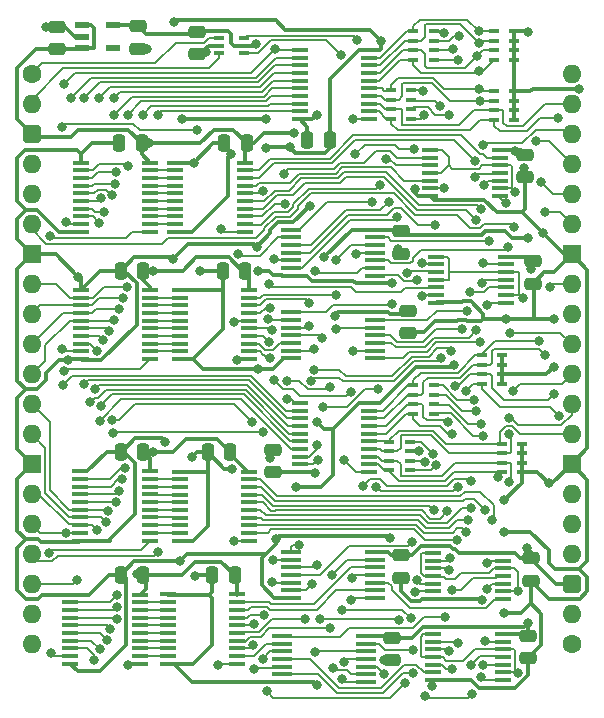
<source format=gtl>
%TF.GenerationSoftware,KiCad,Pcbnew,8.0.4*%
%TF.CreationDate,2024-08-22T15:47:48+02:00*%
%TF.ProjectId,GPIO 16bit,4750494f-2031-4366-9269-742e6b696361,V0*%
%TF.SameCoordinates,PX41672a0PY48ab840*%
%TF.FileFunction,Copper,L1,Top*%
%TF.FilePolarity,Positive*%
%FSLAX46Y46*%
G04 Gerber Fmt 4.6, Leading zero omitted, Abs format (unit mm)*
G04 Created by KiCad (PCBNEW 8.0.4) date 2024-08-22 15:47:48*
%MOMM*%
%LPD*%
G01*
G04 APERTURE LIST*
G04 Aperture macros list*
%AMRoundRect*
0 Rectangle with rounded corners*
0 $1 Rounding radius*
0 $2 $3 $4 $5 $6 $7 $8 $9 X,Y pos of 4 corners*
0 Add a 4 corners polygon primitive as box body*
4,1,4,$2,$3,$4,$5,$6,$7,$8,$9,$2,$3,0*
0 Add four circle primitives for the rounded corners*
1,1,$1+$1,$2,$3*
1,1,$1+$1,$4,$5*
1,1,$1+$1,$6,$7*
1,1,$1+$1,$8,$9*
0 Add four rect primitives between the rounded corners*
20,1,$1+$1,$2,$3,$4,$5,0*
20,1,$1+$1,$4,$5,$6,$7,0*
20,1,$1+$1,$6,$7,$8,$9,0*
20,1,$1+$1,$8,$9,$2,$3,0*%
G04 Aperture macros list end*
%TA.AperFunction,SMDPad,CuDef*%
%ADD10R,0.900000X0.450000*%
%TD*%
%TA.AperFunction,SMDPad,CuDef*%
%ADD11R,1.800000X0.450000*%
%TD*%
%TA.AperFunction,SMDPad,CuDef*%
%ADD12RoundRect,0.250000X-0.475000X0.250000X-0.475000X-0.250000X0.475000X-0.250000X0.475000X0.250000X0*%
%TD*%
%TA.AperFunction,SMDPad,CuDef*%
%ADD13R,1.475000X0.450000*%
%TD*%
%TA.AperFunction,SMDPad,CuDef*%
%ADD14R,0.950000X0.450000*%
%TD*%
%TA.AperFunction,SMDPad,CuDef*%
%ADD15RoundRect,0.250000X0.250000X0.475000X-0.250000X0.475000X-0.250000X-0.475000X0.250000X-0.475000X0*%
%TD*%
%TA.AperFunction,SMDPad,CuDef*%
%ADD16RoundRect,0.250000X-0.250000X-0.475000X0.250000X-0.475000X0.250000X0.475000X-0.250000X0.475000X0*%
%TD*%
%TA.AperFunction,SMDPad,CuDef*%
%ADD17R,1.150000X0.600000*%
%TD*%
%TA.AperFunction,SMDPad,CuDef*%
%ADD18RoundRect,0.250000X0.475000X-0.250000X0.475000X0.250000X-0.475000X0.250000X-0.475000X-0.250000X0*%
%TD*%
%TA.AperFunction,SMDPad,CuDef*%
%ADD19R,0.875000X0.450000*%
%TD*%
%TA.AperFunction,ComponentPad*%
%ADD20C,1.600000*%
%TD*%
%TA.AperFunction,ComponentPad*%
%ADD21O,1.600000X1.600000*%
%TD*%
%TA.AperFunction,ComponentPad*%
%ADD22RoundRect,0.400000X0.400000X0.400000X-0.400000X0.400000X-0.400000X-0.400000X0.400000X-0.400000X0*%
%TD*%
%TA.AperFunction,ComponentPad*%
%ADD23R,1.600000X1.600000*%
%TD*%
%TA.AperFunction,ComponentPad*%
%ADD24RoundRect,0.400000X-0.400000X-0.400000X0.400000X-0.400000X0.400000X0.400000X-0.400000X0.400000X0*%
%TD*%
%TA.AperFunction,ViaPad*%
%ADD25C,0.800000*%
%TD*%
%TA.AperFunction,Conductor*%
%ADD26C,0.380000*%
%TD*%
%TA.AperFunction,Conductor*%
%ADD27C,0.200000*%
%TD*%
G04 APERTURE END LIST*
D10*
%TO.P,RN3,1,R1*%
%TO.N,Net-(IC14-4Y)*%
X34026000Y1213000D03*
%TO.P,RN3,2,R2*%
%TO.N,Net-(IC14-3Y)*%
X34026000Y2013000D03*
%TO.P,RN3,3,R3*%
%TO.N,Net-(IC14-2Y)*%
X34026000Y2813000D03*
%TO.P,RN3,4,R4*%
%TO.N,Net-(IC14-1Y)*%
X34026000Y3613000D03*
%TO.P,RN3,5,R4*%
%TO.N,GPIO8*%
X32326000Y3613000D03*
%TO.P,RN3,6,R3*%
%TO.N,GPIO9*%
X32326000Y2813000D03*
%TO.P,RN3,7,R2*%
%TO.N,GPIO10*%
X32326000Y2013000D03*
%TO.P,RN3,8,R1*%
%TO.N,GPIO11*%
X32326000Y1213000D03*
%TD*%
D11*
%TO.P,IC14,1,1~{OE}*%
%TO.N,Net-(IC14-1~{OE})*%
X21960000Y-20163000D03*
%TO.P,IC14,2,1A*%
%TO.N,/GD8*%
X21960000Y-20813000D03*
%TO.P,IC14,3,1Y*%
%TO.N,Net-(IC14-1Y)*%
X21960000Y-21463000D03*
%TO.P,IC14,4,2~{OE}*%
%TO.N,Net-(IC14-2~{OE})*%
X21960000Y-22113000D03*
%TO.P,IC14,5,2A*%
%TO.N,/GD9*%
X21960000Y-22763000D03*
%TO.P,IC14,6,2Y*%
%TO.N,Net-(IC14-2Y)*%
X21960000Y-23413000D03*
%TO.P,IC14,7,GND*%
%TO.N,GND*%
X21960000Y-24063000D03*
%TO.P,IC14,8,3Y*%
%TO.N,Net-(IC14-3Y)*%
X29060000Y-24063000D03*
%TO.P,IC14,9,3A*%
%TO.N,/GD10*%
X29060000Y-23413000D03*
%TO.P,IC14,10,3~{OE}*%
%TO.N,Net-(IC14-3~{OE})*%
X29060000Y-22763000D03*
%TO.P,IC14,11,4Y*%
%TO.N,Net-(IC14-4Y)*%
X29060000Y-22113000D03*
%TO.P,IC14,12,4A*%
%TO.N,/GD11*%
X29060000Y-21463000D03*
%TO.P,IC14,13,4~{OE}*%
%TO.N,Net-(IC14-4~{OE})*%
X29060000Y-20813000D03*
%TO.P,IC14,14,VCC*%
%TO.N,5V*%
X29060000Y-20163000D03*
%TD*%
D12*
%TO.P,C19,1*%
%TO.N,5V*%
X42418000Y-15830000D03*
%TO.P,C19,2*%
%TO.N,GND*%
X42418000Y-17730000D03*
%TD*%
D11*
%TO.P,IC9,1,1~{OE}*%
%TO.N,Net-(IC3-1Y)*%
X21977000Y-40468000D03*
%TO.P,IC9,2,1A*%
%TO.N,/GD4*%
X21977000Y-41118000D03*
%TO.P,IC9,3,1Y*%
%TO.N,Net-(IC9-1Y)*%
X21977000Y-41768000D03*
%TO.P,IC9,4,2~{OE}*%
%TO.N,Net-(IC3-2Y)*%
X21977000Y-42418000D03*
%TO.P,IC9,5,2A*%
%TO.N,/GD5*%
X21977000Y-43068000D03*
%TO.P,IC9,6,2Y*%
%TO.N,Net-(IC9-2Y)*%
X21977000Y-43718000D03*
%TO.P,IC9,7,GND*%
%TO.N,GND*%
X21977000Y-44368000D03*
%TO.P,IC9,8,3Y*%
%TO.N,Net-(IC9-3Y)*%
X29077000Y-44368000D03*
%TO.P,IC9,9,3A*%
%TO.N,/GD6*%
X29077000Y-43718000D03*
%TO.P,IC9,10,3~{OE}*%
%TO.N,Net-(IC3-3Y)*%
X29077000Y-43068000D03*
%TO.P,IC9,11,4Y*%
%TO.N,Net-(IC9-4Y)*%
X29077000Y-42418000D03*
%TO.P,IC9,12,4A*%
%TO.N,/GD7*%
X29077000Y-41768000D03*
%TO.P,IC9,13,4~{OE}*%
%TO.N,Net-(IC3-4Y)*%
X29077000Y-41118000D03*
%TO.P,IC9,14,VCC*%
%TO.N,5V*%
X29077000Y-40468000D03*
%TD*%
D12*
%TO.P,C10,1*%
%TO.N,5V*%
X31242000Y-40722000D03*
%TO.P,C10,2*%
%TO.N,GND*%
X31242000Y-42622000D03*
%TD*%
D13*
%TO.P,IC1,1,~{OE}*%
%TO.N,GND*%
X3285000Y-44065000D03*
%TO.P,IC1,2,D0*%
%TO.N,D7*%
X3285000Y-44715000D03*
%TO.P,IC1,3,D1*%
%TO.N,D6*%
X3285000Y-45365000D03*
%TO.P,IC1,4,D2*%
%TO.N,D5*%
X3285000Y-46015000D03*
%TO.P,IC1,5,D3*%
%TO.N,D4*%
X3285000Y-46665000D03*
%TO.P,IC1,6,D4*%
%TO.N,D3*%
X3285000Y-47315000D03*
%TO.P,IC1,7,D5*%
%TO.N,D2*%
X3285000Y-47965000D03*
%TO.P,IC1,8,D6*%
%TO.N,D1*%
X3285000Y-48615000D03*
%TO.P,IC1,9,D7*%
%TO.N,D0*%
X3285000Y-49265000D03*
%TO.P,IC1,10,GND*%
%TO.N,GND*%
X3285000Y-49915000D03*
%TO.P,IC1,11,LE*%
%TO.N,Write GD _{0..7}*%
X9161000Y-49915000D03*
%TO.P,IC1,12,Q7*%
%TO.N,Net-(IC1-Q7)*%
X9161000Y-49265000D03*
%TO.P,IC1,13,Q6*%
%TO.N,Net-(IC1-Q6)*%
X9161000Y-48615000D03*
%TO.P,IC1,14,Q5*%
%TO.N,Net-(IC1-Q5)*%
X9161000Y-47965000D03*
%TO.P,IC1,15,Q4*%
%TO.N,Net-(IC1-Q4)*%
X9161000Y-47315000D03*
%TO.P,IC1,16,Q3*%
%TO.N,Net-(IC1-Q3)*%
X9161000Y-46665000D03*
%TO.P,IC1,17,Q2*%
%TO.N,Net-(IC1-Q2)*%
X9161000Y-46015000D03*
%TO.P,IC1,18,Q1*%
%TO.N,Net-(IC1-Q1)*%
X9161000Y-45365000D03*
%TO.P,IC1,19,Q0*%
%TO.N,Net-(IC1-Q0)*%
X9161000Y-44715000D03*
%TO.P,IC1,20,5V*%
%TO.N,5V*%
X9161000Y-44065000D03*
%TD*%
D11*
%TO.P,IC4,1,1~{OE}*%
%TO.N,Net-(IC21-1Y)*%
X21215000Y-47580000D03*
%TO.P,IC4,2,1A*%
%TO.N,/GD0*%
X21215000Y-48230000D03*
%TO.P,IC4,3,1Y*%
%TO.N,Net-(IC4-1Y)*%
X21215000Y-48880000D03*
%TO.P,IC4,4,2~{OE}*%
%TO.N,Net-(IC21-2Y)*%
X21215000Y-49530000D03*
%TO.P,IC4,5,2A*%
%TO.N,/GD1*%
X21215000Y-50180000D03*
%TO.P,IC4,6,2Y*%
%TO.N,Net-(IC4-2Y)*%
X21215000Y-50830000D03*
%TO.P,IC4,7,GND*%
%TO.N,GND*%
X21215000Y-51480000D03*
%TO.P,IC4,8,3Y*%
%TO.N,Net-(IC4-3Y)*%
X28315000Y-51480000D03*
%TO.P,IC4,9,3A*%
%TO.N,/GD2*%
X28315000Y-50830000D03*
%TO.P,IC4,10,3~{OE}*%
%TO.N,Net-(IC21-3Y)*%
X28315000Y-50180000D03*
%TO.P,IC4,11,4Y*%
%TO.N,Net-(IC4-4Y)*%
X28315000Y-49530000D03*
%TO.P,IC4,12,4A*%
%TO.N,/GD3*%
X28315000Y-48880000D03*
%TO.P,IC4,13,4~{OE}*%
%TO.N,Net-(IC21-4Y)*%
X28315000Y-48230000D03*
%TO.P,IC4,14,VCC*%
%TO.N,5V*%
X28315000Y-47580000D03*
%TD*%
D14*
%TO.P,CN1,1,1*%
%TO.N,GPIO12*%
X39155000Y-1467000D03*
%TO.P,CN1,2,2*%
%TO.N,GPIO13*%
X39155000Y-2267000D03*
%TO.P,CN1,3,3*%
%TO.N,GPIO14*%
X39155000Y-3067000D03*
%TO.P,CN1,4,4*%
%TO.N,GPIO15*%
X39155000Y-3867000D03*
%TO.P,CN1,5,5*%
%TO.N,GND*%
X40855000Y-3867000D03*
%TO.P,CN1,6,6*%
X40855000Y-3067000D03*
%TO.P,CN1,7,7*%
X40855000Y-2267000D03*
%TO.P,CN1,8,8*%
X40855000Y-1467000D03*
%TD*%
D13*
%TO.P,IC21,1,1A*%
%TO.N,Enable*%
X34002000Y-47408000D03*
%TO.P,IC21,2,1B*%
%TO.N,/OE0*%
X34002000Y-48058000D03*
%TO.P,IC21,3,1Y*%
%TO.N,Net-(IC21-1Y)*%
X34002000Y-48708000D03*
%TO.P,IC21,4,2A*%
%TO.N,Enable*%
X34002000Y-49358000D03*
%TO.P,IC21,5,2B*%
%TO.N,/OE1*%
X34002000Y-50008000D03*
%TO.P,IC21,6,2Y*%
%TO.N,Net-(IC21-2Y)*%
X34002000Y-50658000D03*
%TO.P,IC21,7,GND*%
%TO.N,GND*%
X34002000Y-51308000D03*
%TO.P,IC21,8,3Y*%
%TO.N,Net-(IC21-3Y)*%
X39878000Y-51308000D03*
%TO.P,IC21,9,3A*%
%TO.N,Enable*%
X39878000Y-50658000D03*
%TO.P,IC21,10,3B*%
%TO.N,/OE2*%
X39878000Y-50008000D03*
%TO.P,IC21,11,4Y*%
%TO.N,Net-(IC21-4Y)*%
X39878000Y-49358000D03*
%TO.P,IC21,12,4A*%
%TO.N,Enable*%
X39878000Y-48708000D03*
%TO.P,IC21,13,4B*%
%TO.N,/OE3*%
X39878000Y-48058000D03*
%TO.P,IC21,14,5V*%
%TO.N,5V*%
X39878000Y-47408000D03*
%TD*%
D15*
%TO.P,C6,1*%
%TO.N,5V*%
X18206000Y-5842000D03*
%TO.P,C6,2*%
%TO.N,GND*%
X16306000Y-5842000D03*
%TD*%
D12*
%TO.P,C15,1*%
%TO.N,5V*%
X42020000Y-47550000D03*
%TO.P,C15,2*%
%TO.N,GND*%
X42020000Y-49450000D03*
%TD*%
%TO.P,C1,1*%
%TO.N,5V*%
X41783000Y-6813000D03*
%TO.P,C1,2*%
%TO.N,GND*%
X41783000Y-8713000D03*
%TD*%
D15*
%TO.P,C17,1*%
%TO.N,5V*%
X9426000Y-42369000D03*
%TO.P,C17,2*%
%TO.N,GND*%
X7526000Y-42369000D03*
%TD*%
D10*
%TO.P,RN4,1,R1*%
%TO.N,Net-(IC18-4Y)*%
X32138000Y-3777000D03*
%TO.P,RN4,2,R2*%
%TO.N,Net-(IC18-3Y)*%
X32138000Y-2977000D03*
%TO.P,RN4,3,R3*%
%TO.N,Net-(IC18-2Y)*%
X32138000Y-2177000D03*
%TO.P,RN4,4,R4*%
%TO.N,Net-(IC18-1Y)*%
X32138000Y-1377000D03*
%TO.P,RN4,5,R4*%
%TO.N,GPIO12*%
X30438000Y-1377000D03*
%TO.P,RN4,6,R3*%
%TO.N,GPIO13*%
X30438000Y-2177000D03*
%TO.P,RN4,7,R2*%
%TO.N,GPIO14*%
X30438000Y-2977000D03*
%TO.P,RN4,8,R1*%
%TO.N,GPIO15*%
X30438000Y-3777000D03*
%TD*%
D13*
%TO.P,IC13,1,~{OE}*%
%TO.N,Net-(IC13-~{OE})*%
X28592000Y-3814000D03*
%TO.P,IC13,2,D0*%
%TO.N,GPIO15*%
X28592000Y-3164000D03*
%TO.P,IC13,3,D1*%
%TO.N,GPIO14*%
X28592000Y-2514000D03*
%TO.P,IC13,4,D2*%
%TO.N,GPIO13*%
X28592000Y-1864000D03*
%TO.P,IC13,5,D3*%
%TO.N,GPIO12*%
X28592000Y-1214000D03*
%TO.P,IC13,6,D4*%
%TO.N,GPIO11*%
X28592000Y-564000D03*
%TO.P,IC13,7,D5*%
%TO.N,GPIO10*%
X28592000Y86000D03*
%TO.P,IC13,8,D6*%
%TO.N,GPIO9*%
X28592000Y736000D03*
%TO.P,IC13,9,D7*%
%TO.N,GPIO8*%
X28592000Y1386000D03*
%TO.P,IC13,10,GND*%
%TO.N,GND*%
X28592000Y2036000D03*
%TO.P,IC13,11,LE*%
%TO.N,Read*%
X22716000Y2036000D03*
%TO.P,IC13,12,Q7*%
%TO.N,D0*%
X22716000Y1386000D03*
%TO.P,IC13,13,Q6*%
%TO.N,D1*%
X22716000Y736000D03*
%TO.P,IC13,14,Q5*%
%TO.N,D2*%
X22716000Y86000D03*
%TO.P,IC13,15,Q4*%
%TO.N,D3*%
X22716000Y-564000D03*
%TO.P,IC13,16,Q3*%
%TO.N,D4*%
X22716000Y-1214000D03*
%TO.P,IC13,17,Q2*%
%TO.N,D5*%
X22716000Y-1864000D03*
%TO.P,IC13,18,Q1*%
%TO.N,D6*%
X22716000Y-2514000D03*
%TO.P,IC13,19,Q0*%
%TO.N,D7*%
X22716000Y-3164000D03*
%TO.P,IC13,20,3V*%
%TO.N,/3.3V*%
X22716000Y-3814000D03*
%TD*%
%TO.P,IC10,1,~{OE}*%
%TO.N,GND*%
X4157000Y-18280000D03*
%TO.P,IC10,2,D0*%
%TO.N,D7*%
X4157000Y-18930000D03*
%TO.P,IC10,3,D1*%
%TO.N,D6*%
X4157000Y-19580000D03*
%TO.P,IC10,4,D2*%
%TO.N,D5*%
X4157000Y-20230000D03*
%TO.P,IC10,5,D3*%
%TO.N,D4*%
X4157000Y-20880000D03*
%TO.P,IC10,6,D4*%
%TO.N,D3*%
X4157000Y-21530000D03*
%TO.P,IC10,7,D5*%
%TO.N,D2*%
X4157000Y-22180000D03*
%TO.P,IC10,8,D6*%
%TO.N,D1*%
X4157000Y-22830000D03*
%TO.P,IC10,9,D7*%
%TO.N,D0*%
X4157000Y-23480000D03*
%TO.P,IC10,10,GND*%
%TO.N,GND*%
X4157000Y-24130000D03*
%TO.P,IC10,11,LE*%
%TO.N,Write GD _{8..15}*%
X10033000Y-24130000D03*
%TO.P,IC10,12,Q7*%
%TO.N,Net-(IC10-Q7)*%
X10033000Y-23480000D03*
%TO.P,IC10,13,Q6*%
%TO.N,Net-(IC10-Q6)*%
X10033000Y-22830000D03*
%TO.P,IC10,14,Q5*%
%TO.N,Net-(IC10-Q5)*%
X10033000Y-22180000D03*
%TO.P,IC10,15,Q4*%
%TO.N,Net-(IC10-Q4)*%
X10033000Y-21530000D03*
%TO.P,IC10,16,Q3*%
%TO.N,Net-(IC10-Q3)*%
X10033000Y-20880000D03*
%TO.P,IC10,17,Q2*%
%TO.N,Net-(IC10-Q2)*%
X10033000Y-20230000D03*
%TO.P,IC10,18,Q1*%
%TO.N,Net-(IC10-Q1)*%
X10033000Y-19580000D03*
%TO.P,IC10,19,Q0*%
%TO.N,Net-(IC10-Q0)*%
X10033000Y-18930000D03*
%TO.P,IC10,20,5V*%
%TO.N,5V*%
X10033000Y-18280000D03*
%TD*%
D12*
%TO.P,C2,1*%
%TO.N,5V*%
X31877000Y-20021000D03*
%TO.P,C2,2*%
%TO.N,GND*%
X31877000Y-21921000D03*
%TD*%
D16*
%TO.P,C7,1*%
%TO.N,/3.3V*%
X23340000Y-5562000D03*
%TO.P,C7,2*%
%TO.N,GND*%
X25240000Y-5562000D03*
%TD*%
D13*
%TO.P,IC11,1,~{OE}*%
%TO.N,GND*%
X12539000Y-18280000D03*
%TO.P,IC11,2,D0*%
%TO.N,Net-(IC10-Q0)*%
X12539000Y-18930000D03*
%TO.P,IC11,3,D1*%
%TO.N,Net-(IC10-Q1)*%
X12539000Y-19580000D03*
%TO.P,IC11,4,D2*%
%TO.N,Net-(IC10-Q2)*%
X12539000Y-20230000D03*
%TO.P,IC11,5,D3*%
%TO.N,Net-(IC10-Q3)*%
X12539000Y-20880000D03*
%TO.P,IC11,6,D4*%
%TO.N,Net-(IC10-Q4)*%
X12539000Y-21530000D03*
%TO.P,IC11,7,D5*%
%TO.N,Net-(IC10-Q5)*%
X12539000Y-22180000D03*
%TO.P,IC11,8,D6*%
%TO.N,Net-(IC10-Q6)*%
X12539000Y-22830000D03*
%TO.P,IC11,9,D7*%
%TO.N,Net-(IC10-Q7)*%
X12539000Y-23480000D03*
%TO.P,IC11,10,GND*%
%TO.N,GND*%
X12539000Y-24130000D03*
%TO.P,IC11,11,LE*%
%TO.N,Write*%
X18415000Y-24130000D03*
%TO.P,IC11,12,Q7*%
%TO.N,/GD8*%
X18415000Y-23480000D03*
%TO.P,IC11,13,Q6*%
%TO.N,/GD9*%
X18415000Y-22830000D03*
%TO.P,IC11,14,Q5*%
%TO.N,/GD10*%
X18415000Y-22180000D03*
%TO.P,IC11,15,Q4*%
%TO.N,/GD11*%
X18415000Y-21530000D03*
%TO.P,IC11,16,Q3*%
%TO.N,/GD12*%
X18415000Y-20880000D03*
%TO.P,IC11,17,Q2*%
%TO.N,/GD13*%
X18415000Y-20230000D03*
%TO.P,IC11,18,Q1*%
%TO.N,/GD14*%
X18415000Y-19580000D03*
%TO.P,IC11,19,Q0*%
%TO.N,/GD15*%
X18415000Y-18930000D03*
%TO.P,IC11,20,5V*%
%TO.N,5V*%
X18415000Y-18280000D03*
%TD*%
%TO.P,IC5,1,~{OE}*%
%TO.N,GND*%
X4123000Y-33640000D03*
%TO.P,IC5,2,D0*%
%TO.N,D7*%
X4123000Y-34290000D03*
%TO.P,IC5,3,D1*%
%TO.N,D6*%
X4123000Y-34940000D03*
%TO.P,IC5,4,D2*%
%TO.N,D5*%
X4123000Y-35590000D03*
%TO.P,IC5,5,D3*%
%TO.N,D4*%
X4123000Y-36240000D03*
%TO.P,IC5,6,D4*%
%TO.N,D3*%
X4123000Y-36890000D03*
%TO.P,IC5,7,D5*%
%TO.N,D2*%
X4123000Y-37540000D03*
%TO.P,IC5,8,D6*%
%TO.N,D1*%
X4123000Y-38190000D03*
%TO.P,IC5,9,D7*%
%TO.N,D0*%
X4123000Y-38840000D03*
%TO.P,IC5,10,GND*%
%TO.N,GND*%
X4123000Y-39490000D03*
%TO.P,IC5,11,LE*%
%TO.N,Write OE _{0..7}*%
X9999000Y-39490000D03*
%TO.P,IC5,12,Q7*%
%TO.N,Net-(IC5-Q7)*%
X9999000Y-38840000D03*
%TO.P,IC5,13,Q6*%
%TO.N,Net-(IC5-Q6)*%
X9999000Y-38190000D03*
%TO.P,IC5,14,Q5*%
%TO.N,Net-(IC5-Q5)*%
X9999000Y-37540000D03*
%TO.P,IC5,15,Q4*%
%TO.N,Net-(IC5-Q4)*%
X9999000Y-36890000D03*
%TO.P,IC5,16,Q3*%
%TO.N,Net-(IC5-Q3)*%
X9999000Y-36240000D03*
%TO.P,IC5,17,Q2*%
%TO.N,Net-(IC5-Q2)*%
X9999000Y-35590000D03*
%TO.P,IC5,18,Q1*%
%TO.N,Net-(IC5-Q1)*%
X9999000Y-34940000D03*
%TO.P,IC5,19,Q0*%
%TO.N,Net-(IC5-Q0)*%
X9999000Y-34290000D03*
%TO.P,IC5,20,5V*%
%TO.N,5V*%
X9999000Y-33640000D03*
%TD*%
D12*
%TO.P,C18,1*%
%TO.N,5V*%
X31242000Y-13290000D03*
%TO.P,C18,2*%
%TO.N,GND*%
X31242000Y-15190000D03*
%TD*%
%TO.P,C20,1*%
%TO.N,5V*%
X30480000Y-47707000D03*
%TO.P,C20,2*%
%TO.N,GND*%
X30480000Y-49607000D03*
%TD*%
D15*
%TO.P,C9,1*%
%TO.N,5V*%
X9316000Y-5842000D03*
%TO.P,C9,2*%
%TO.N,GND*%
X7416000Y-5842000D03*
%TD*%
D13*
%TO.P,IC12,1,1A*%
%TO.N,Enable*%
X33765000Y-6432000D03*
%TO.P,IC12,2,1B*%
%TO.N,/OE12*%
X33765000Y-7082000D03*
%TO.P,IC12,3,1Y*%
%TO.N,Net-(IC12-1Y)*%
X33765000Y-7732000D03*
%TO.P,IC12,4,2A*%
%TO.N,Enable*%
X33765000Y-8382000D03*
%TO.P,IC12,5,2B*%
%TO.N,/OE13*%
X33765000Y-9032000D03*
%TO.P,IC12,6,2Y*%
%TO.N,Net-(IC12-2Y)*%
X33765000Y-9682000D03*
%TO.P,IC12,7,GND*%
%TO.N,GND*%
X33765000Y-10332000D03*
%TO.P,IC12,8,3Y*%
%TO.N,Net-(IC12-3Y)*%
X39641000Y-10332000D03*
%TO.P,IC12,9,3A*%
%TO.N,Enable*%
X39641000Y-9682000D03*
%TO.P,IC12,10,3B*%
%TO.N,/OE14*%
X39641000Y-9032000D03*
%TO.P,IC12,11,4Y*%
%TO.N,Net-(IC12-4Y)*%
X39641000Y-8382000D03*
%TO.P,IC12,12,4A*%
%TO.N,Enable*%
X39641000Y-7732000D03*
%TO.P,IC12,13,4B*%
%TO.N,/OE15*%
X39641000Y-7082000D03*
%TO.P,IC12,14,5V*%
%TO.N,5V*%
X39641000Y-6432000D03*
%TD*%
D10*
%TO.P,RN1,1,R1*%
%TO.N,Net-(IC9-4Y)*%
X31994000Y-33521000D03*
%TO.P,RN1,2,R2*%
%TO.N,Net-(IC9-3Y)*%
X31994000Y-32721000D03*
%TO.P,RN1,3,R3*%
%TO.N,Net-(IC9-2Y)*%
X31994000Y-31921000D03*
%TO.P,RN1,4,R4*%
%TO.N,Net-(IC9-1Y)*%
X31994000Y-31121000D03*
%TO.P,RN1,5,R4*%
%TO.N,GPIO4*%
X30294000Y-31121000D03*
%TO.P,RN1,6,R3*%
%TO.N,GPIO5*%
X30294000Y-31921000D03*
%TO.P,RN1,7,R2*%
%TO.N,GPIO6*%
X30294000Y-32721000D03*
%TO.P,RN1,8,R1*%
%TO.N,GPIO7*%
X30294000Y-33521000D03*
%TD*%
D15*
%TO.P,C8,1*%
%TO.N,5V*%
X18079000Y-16637000D03*
%TO.P,C8,2*%
%TO.N,GND*%
X16179000Y-16637000D03*
%TD*%
D13*
%TO.P,IC3,1,1A*%
%TO.N,Enable*%
X34009500Y-40550000D03*
%TO.P,IC3,2,1B*%
%TO.N,/OE4*%
X34009500Y-41200000D03*
%TO.P,IC3,3,1Y*%
%TO.N,Net-(IC3-1Y)*%
X34009500Y-41850000D03*
%TO.P,IC3,4,2A*%
%TO.N,Enable*%
X34009500Y-42500000D03*
%TO.P,IC3,5,2B*%
%TO.N,/OE5*%
X34009500Y-43150000D03*
%TO.P,IC3,6,2Y*%
%TO.N,Net-(IC3-2Y)*%
X34009500Y-43800000D03*
%TO.P,IC3,7,GND*%
%TO.N,GND*%
X34009500Y-44450000D03*
%TO.P,IC3,8,3Y*%
%TO.N,Net-(IC3-3Y)*%
X39885500Y-44450000D03*
%TO.P,IC3,9,3A*%
%TO.N,Enable*%
X39885500Y-43800000D03*
%TO.P,IC3,10,3B*%
%TO.N,/OE6*%
X39885500Y-43150000D03*
%TO.P,IC3,11,4Y*%
%TO.N,Net-(IC3-4Y)*%
X39885500Y-42500000D03*
%TO.P,IC3,12,4A*%
%TO.N,Enable*%
X39885500Y-41850000D03*
%TO.P,IC3,13,4B*%
%TO.N,/OE7*%
X39885500Y-41200000D03*
%TO.P,IC3,14,5V*%
%TO.N,5V*%
X39885500Y-40550000D03*
%TD*%
D10*
%TO.P,RN2,1,R1*%
%TO.N,Net-(IC4-4Y)*%
X34026000Y-28759000D03*
%TO.P,RN2,2,R2*%
%TO.N,Net-(IC4-3Y)*%
X34026000Y-27959000D03*
%TO.P,RN2,3,R3*%
%TO.N,Net-(IC4-2Y)*%
X34026000Y-27159000D03*
%TO.P,RN2,4,R4*%
%TO.N,Net-(IC4-1Y)*%
X34026000Y-26359000D03*
%TO.P,RN2,5,R4*%
%TO.N,GPIO0*%
X32326000Y-26359000D03*
%TO.P,RN2,6,R3*%
%TO.N,GPIO1*%
X32326000Y-27159000D03*
%TO.P,RN2,7,R2*%
%TO.N,GPIO2*%
X32326000Y-27959000D03*
%TO.P,RN2,8,R1*%
%TO.N,GPIO3*%
X32326000Y-28759000D03*
%TD*%
D17*
%TO.P,IC19,1,6VIn*%
%TO.N,5V*%
X4288000Y4125000D03*
%TO.P,IC19,2,GND*%
%TO.N,GND*%
X4288000Y3175000D03*
%TO.P,IC19,3,EN*%
%TO.N,5V*%
X4288000Y2225000D03*
%TO.P,IC19,4,ADJ*%
%TO.N,unconnected-(IC19-ADJ-Pad4)*%
X6888000Y2225000D03*
%TO.P,IC19,5,3.3VOut*%
%TO.N,/3.3V*%
X6888000Y4125000D03*
%TD*%
D14*
%TO.P,CN2,1,1*%
%TO.N,GPIO8*%
X39155000Y3613000D03*
%TO.P,CN2,2,2*%
%TO.N,GPIO9*%
X39155000Y2813000D03*
%TO.P,CN2,3,3*%
%TO.N,GPIO10*%
X39155000Y2013000D03*
%TO.P,CN2,4,4*%
%TO.N,GPIO11*%
X39155000Y1213000D03*
%TO.P,CN2,5,5*%
%TO.N,GND*%
X40855000Y1213000D03*
%TO.P,CN2,6,6*%
X40855000Y2013000D03*
%TO.P,CN2,7,7*%
X40855000Y2813000D03*
%TO.P,CN2,8,8*%
X40855000Y3613000D03*
%TD*%
D13*
%TO.P,IC8,1,~{OE}*%
%TO.N,GND*%
X12522000Y-33651000D03*
%TO.P,IC8,2,D0*%
%TO.N,Net-(IC5-Q0)*%
X12522000Y-34301000D03*
%TO.P,IC8,3,D1*%
%TO.N,Net-(IC5-Q1)*%
X12522000Y-34951000D03*
%TO.P,IC8,4,D2*%
%TO.N,Net-(IC5-Q2)*%
X12522000Y-35601000D03*
%TO.P,IC8,5,D3*%
%TO.N,Net-(IC5-Q3)*%
X12522000Y-36251000D03*
%TO.P,IC8,6,D4*%
%TO.N,Net-(IC5-Q4)*%
X12522000Y-36901000D03*
%TO.P,IC8,7,D5*%
%TO.N,Net-(IC5-Q5)*%
X12522000Y-37551000D03*
%TO.P,IC8,8,D6*%
%TO.N,Net-(IC5-Q6)*%
X12522000Y-38201000D03*
%TO.P,IC8,9,D7*%
%TO.N,Net-(IC5-Q7)*%
X12522000Y-38851000D03*
%TO.P,IC8,10,GND*%
%TO.N,GND*%
X12522000Y-39501000D03*
%TO.P,IC8,11,LE*%
%TO.N,Write*%
X18398000Y-39501000D03*
%TO.P,IC8,12,Q7*%
%TO.N,/OE0*%
X18398000Y-38851000D03*
%TO.P,IC8,13,Q6*%
%TO.N,/OE1*%
X18398000Y-38201000D03*
%TO.P,IC8,14,Q5*%
%TO.N,/OE2*%
X18398000Y-37551000D03*
%TO.P,IC8,15,Q4*%
%TO.N,/OE3*%
X18398000Y-36901000D03*
%TO.P,IC8,16,Q3*%
%TO.N,/OE4*%
X18398000Y-36251000D03*
%TO.P,IC8,17,Q2*%
%TO.N,/OE5*%
X18398000Y-35601000D03*
%TO.P,IC8,18,Q1*%
%TO.N,/OE6*%
X18398000Y-34951000D03*
%TO.P,IC8,19,Q0*%
%TO.N,/OE7*%
X18398000Y-34301000D03*
%TO.P,IC8,20,5V*%
%TO.N,5V*%
X18398000Y-33651000D03*
%TD*%
D11*
%TO.P,IC18,1,1~{OE}*%
%TO.N,Net-(IC12-1Y)*%
X21960000Y-13163000D03*
%TO.P,IC18,2,1A*%
%TO.N,/GD12*%
X21960000Y-13813000D03*
%TO.P,IC18,3,1Y*%
%TO.N,Net-(IC18-1Y)*%
X21960000Y-14463000D03*
%TO.P,IC18,4,2~{OE}*%
%TO.N,Net-(IC12-2Y)*%
X21960000Y-15113000D03*
%TO.P,IC18,5,2A*%
%TO.N,/GD13*%
X21960000Y-15763000D03*
%TO.P,IC18,6,2Y*%
%TO.N,Net-(IC18-2Y)*%
X21960000Y-16413000D03*
%TO.P,IC18,7,GND*%
%TO.N,GND*%
X21960000Y-17063000D03*
%TO.P,IC18,8,3Y*%
%TO.N,Net-(IC18-3Y)*%
X29060000Y-17063000D03*
%TO.P,IC18,9,3A*%
%TO.N,/GD14*%
X29060000Y-16413000D03*
%TO.P,IC18,10,3~{OE}*%
%TO.N,Net-(IC12-3Y)*%
X29060000Y-15763000D03*
%TO.P,IC18,11,4Y*%
%TO.N,Net-(IC18-4Y)*%
X29060000Y-15113000D03*
%TO.P,IC18,12,4A*%
%TO.N,/GD15*%
X29060000Y-14463000D03*
%TO.P,IC18,13,4~{OE}*%
%TO.N,Net-(IC12-4Y)*%
X29060000Y-13813000D03*
%TO.P,IC18,14,VCC*%
%TO.N,5V*%
X29060000Y-13163000D03*
%TD*%
D12*
%TO.P,C5,1*%
%TO.N,/3.3V*%
X13970000Y3601000D03*
%TO.P,C5,2*%
%TO.N,GND*%
X13970000Y1701000D03*
%TD*%
D13*
%TO.P,IC6,1,1A*%
%TO.N,Enable*%
X34273000Y-15449000D03*
%TO.P,IC6,2,1B*%
%TO.N,/OE8*%
X34273000Y-16099000D03*
%TO.P,IC6,3,1Y*%
%TO.N,Net-(IC14-1~{OE})*%
X34273000Y-16749000D03*
%TO.P,IC6,4,2A*%
%TO.N,Enable*%
X34273000Y-17399000D03*
%TO.P,IC6,5,2B*%
%TO.N,/OE9*%
X34273000Y-18049000D03*
%TO.P,IC6,6,2Y*%
%TO.N,Net-(IC14-2~{OE})*%
X34273000Y-18699000D03*
%TO.P,IC6,7,GND*%
%TO.N,GND*%
X34273000Y-19349000D03*
%TO.P,IC6,8,3Y*%
%TO.N,Net-(IC14-3~{OE})*%
X40149000Y-19349000D03*
%TO.P,IC6,9,3A*%
%TO.N,Enable*%
X40149000Y-18699000D03*
%TO.P,IC6,10,3B*%
%TO.N,/OE10*%
X40149000Y-18049000D03*
%TO.P,IC6,11,4Y*%
%TO.N,Net-(IC14-4~{OE})*%
X40149000Y-17399000D03*
%TO.P,IC6,12,4A*%
%TO.N,Enable*%
X40149000Y-16749000D03*
%TO.P,IC6,13,4B*%
%TO.N,/OE11*%
X40149000Y-16099000D03*
%TO.P,IC6,14,5V*%
%TO.N,5V*%
X40149000Y-15449000D03*
%TD*%
D15*
%TO.P,C3,1*%
%TO.N,5V*%
X9426000Y-16633000D03*
%TO.P,C3,2*%
%TO.N,GND*%
X7526000Y-16633000D03*
%TD*%
D12*
%TO.P,C12,1*%
%TO.N,5V*%
X42291000Y-40976000D03*
%TO.P,C12,2*%
%TO.N,GND*%
X42291000Y-42876000D03*
%TD*%
D15*
%TO.P,C11,1*%
%TO.N,5V*%
X9426000Y-31955000D03*
%TO.P,C11,2*%
%TO.N,GND*%
X7526000Y-31955000D03*
%TD*%
D18*
%TO.P,C14,1*%
%TO.N,/3.3V*%
X20447000Y-33700000D03*
%TO.P,C14,2*%
%TO.N,GND*%
X20447000Y-31800000D03*
%TD*%
D15*
%TO.P,C16,1*%
%TO.N,5V*%
X17190000Y-42418000D03*
%TO.P,C16,2*%
%TO.N,GND*%
X15290000Y-42418000D03*
%TD*%
D18*
%TO.P,C13,1*%
%TO.N,5V*%
X2159000Y2114000D03*
%TO.P,C13,2*%
%TO.N,GND*%
X2159000Y4014000D03*
%TD*%
D14*
%TO.P,CN3,1,1*%
%TO.N,GPIO4*%
X39790000Y-31312000D03*
%TO.P,CN3,2,2*%
%TO.N,GPIO5*%
X39790000Y-32112000D03*
%TO.P,CN3,3,3*%
%TO.N,GPIO6*%
X39790000Y-32912000D03*
%TO.P,CN3,4,4*%
%TO.N,GPIO7*%
X39790000Y-33712000D03*
%TO.P,CN3,5,5*%
%TO.N,GND*%
X41490000Y-33712000D03*
%TO.P,CN3,6,6*%
X41490000Y-32912000D03*
%TO.P,CN3,7,7*%
X41490000Y-32112000D03*
%TO.P,CN3,8,8*%
X41490000Y-31312000D03*
%TD*%
D13*
%TO.P,IC16,1,~{OE}*%
%TO.N,GND*%
X12175000Y-7489000D03*
%TO.P,IC16,2,D0*%
%TO.N,Net-(IC15-Q0)*%
X12175000Y-8139000D03*
%TO.P,IC16,3,D1*%
%TO.N,Net-(IC15-Q1)*%
X12175000Y-8789000D03*
%TO.P,IC16,4,D2*%
%TO.N,Net-(IC15-Q2)*%
X12175000Y-9439000D03*
%TO.P,IC16,5,D3*%
%TO.N,Net-(IC15-Q3)*%
X12175000Y-10089000D03*
%TO.P,IC16,6,D4*%
%TO.N,Net-(IC15-Q4)*%
X12175000Y-10739000D03*
%TO.P,IC16,7,D5*%
%TO.N,Net-(IC15-Q5)*%
X12175000Y-11389000D03*
%TO.P,IC16,8,D6*%
%TO.N,Net-(IC15-Q6)*%
X12175000Y-12039000D03*
%TO.P,IC16,9,D7*%
%TO.N,Net-(IC15-Q7)*%
X12175000Y-12689000D03*
%TO.P,IC16,10,GND*%
%TO.N,GND*%
X12175000Y-13339000D03*
%TO.P,IC16,11,LE*%
%TO.N,Write*%
X18051000Y-13339000D03*
%TO.P,IC16,12,Q7*%
%TO.N,/OE8*%
X18051000Y-12689000D03*
%TO.P,IC16,13,Q6*%
%TO.N,/OE9*%
X18051000Y-12039000D03*
%TO.P,IC16,14,Q5*%
%TO.N,/OE10*%
X18051000Y-11389000D03*
%TO.P,IC16,15,Q4*%
%TO.N,/OE11*%
X18051000Y-10739000D03*
%TO.P,IC16,16,Q3*%
%TO.N,/OE12*%
X18051000Y-10089000D03*
%TO.P,IC16,17,Q2*%
%TO.N,/OE13*%
X18051000Y-9439000D03*
%TO.P,IC16,18,Q1*%
%TO.N,/OE14*%
X18051000Y-8789000D03*
%TO.P,IC16,19,Q0*%
%TO.N,/OE15*%
X18051000Y-8139000D03*
%TO.P,IC16,20,5V*%
%TO.N,5V*%
X18051000Y-7489000D03*
%TD*%
D14*
%TO.P,CN4,1,1*%
%TO.N,GPIO0*%
X38139000Y-23819000D03*
%TO.P,CN4,2,2*%
%TO.N,GPIO1*%
X38139000Y-24619000D03*
%TO.P,CN4,3,3*%
%TO.N,GPIO2*%
X38139000Y-25419000D03*
%TO.P,CN4,4,4*%
%TO.N,GPIO3*%
X38139000Y-26219000D03*
%TO.P,CN4,5,5*%
%TO.N,GND*%
X39839000Y-26219000D03*
%TO.P,CN4,6,6*%
X39839000Y-25419000D03*
%TO.P,CN4,7,7*%
X39839000Y-24619000D03*
%TO.P,CN4,8,8*%
X39839000Y-23819000D03*
%TD*%
D13*
%TO.P,IC2,1,~{OE}*%
%TO.N,Net-(IC17A-1Y)*%
X28592000Y-33700000D03*
%TO.P,IC2,2,D0*%
%TO.N,GPIO7*%
X28592000Y-33050000D03*
%TO.P,IC2,3,D1*%
%TO.N,GPIO6*%
X28592000Y-32400000D03*
%TO.P,IC2,4,D2*%
%TO.N,GPIO5*%
X28592000Y-31750000D03*
%TO.P,IC2,5,D3*%
%TO.N,GPIO4*%
X28592000Y-31100000D03*
%TO.P,IC2,6,D4*%
%TO.N,GPIO3*%
X28592000Y-30450000D03*
%TO.P,IC2,7,D5*%
%TO.N,GPIO2*%
X28592000Y-29800000D03*
%TO.P,IC2,8,D6*%
%TO.N,GPIO1*%
X28592000Y-29150000D03*
%TO.P,IC2,9,D7*%
%TO.N,GPIO0*%
X28592000Y-28500000D03*
%TO.P,IC2,10,GND*%
%TO.N,GND*%
X28592000Y-27850000D03*
%TO.P,IC2,11,LE*%
%TO.N,Read*%
X22716000Y-27850000D03*
%TO.P,IC2,12,Q7*%
%TO.N,D0*%
X22716000Y-28500000D03*
%TO.P,IC2,13,Q6*%
%TO.N,D1*%
X22716000Y-29150000D03*
%TO.P,IC2,14,Q5*%
%TO.N,D2*%
X22716000Y-29800000D03*
%TO.P,IC2,15,Q4*%
%TO.N,D3*%
X22716000Y-30450000D03*
%TO.P,IC2,16,Q3*%
%TO.N,D4*%
X22716000Y-31100000D03*
%TO.P,IC2,17,Q2*%
%TO.N,D5*%
X22716000Y-31750000D03*
%TO.P,IC2,18,Q1*%
%TO.N,D6*%
X22716000Y-32400000D03*
%TO.P,IC2,19,Q0*%
%TO.N,D7*%
X22716000Y-33050000D03*
%TO.P,IC2,20,3V*%
%TO.N,/3.3V*%
X22716000Y-33700000D03*
%TD*%
D12*
%TO.P,C21,1*%
%TO.N,/3.3V*%
X9017000Y4059000D03*
%TO.P,C21,2*%
%TO.N,GND*%
X9017000Y2159000D03*
%TD*%
D15*
%TO.P,C4,1*%
%TO.N,5V*%
X16809000Y-32004000D03*
%TO.P,C4,2*%
%TO.N,GND*%
X14909000Y-32004000D03*
%TD*%
D13*
%TO.P,IC15,1,~{OE}*%
%TO.N,GND*%
X4174000Y-7496000D03*
%TO.P,IC15,2,D0*%
%TO.N,D7*%
X4174000Y-8146000D03*
%TO.P,IC15,3,D1*%
%TO.N,D6*%
X4174000Y-8796000D03*
%TO.P,IC15,4,D2*%
%TO.N,D5*%
X4174000Y-9446000D03*
%TO.P,IC15,5,D3*%
%TO.N,D4*%
X4174000Y-10096000D03*
%TO.P,IC15,6,D4*%
%TO.N,D3*%
X4174000Y-10746000D03*
%TO.P,IC15,7,D5*%
%TO.N,D2*%
X4174000Y-11396000D03*
%TO.P,IC15,8,D6*%
%TO.N,D1*%
X4174000Y-12046000D03*
%TO.P,IC15,9,D7*%
%TO.N,D0*%
X4174000Y-12696000D03*
%TO.P,IC15,10,GND*%
%TO.N,GND*%
X4174000Y-13346000D03*
%TO.P,IC15,11,LE*%
%TO.N,Write OE _{8..15}*%
X10050000Y-13346000D03*
%TO.P,IC15,12,Q7*%
%TO.N,Net-(IC15-Q7)*%
X10050000Y-12696000D03*
%TO.P,IC15,13,Q6*%
%TO.N,Net-(IC15-Q6)*%
X10050000Y-12046000D03*
%TO.P,IC15,14,Q5*%
%TO.N,Net-(IC15-Q5)*%
X10050000Y-11396000D03*
%TO.P,IC15,15,Q4*%
%TO.N,Net-(IC15-Q4)*%
X10050000Y-10746000D03*
%TO.P,IC15,16,Q3*%
%TO.N,Net-(IC15-Q3)*%
X10050000Y-10096000D03*
%TO.P,IC15,17,Q2*%
%TO.N,Net-(IC15-Q2)*%
X10050000Y-9446000D03*
%TO.P,IC15,18,Q1*%
%TO.N,Net-(IC15-Q1)*%
X10050000Y-8796000D03*
%TO.P,IC15,19,Q0*%
%TO.N,Net-(IC15-Q0)*%
X10050000Y-8146000D03*
%TO.P,IC15,20,5V*%
%TO.N,5V*%
X10050000Y-7496000D03*
%TD*%
D19*
%TO.P,IC17,1,1A*%
%TO.N,Read GD _{0..7}*%
X15829000Y3063000D03*
%TO.P,IC17,2,GND*%
%TO.N,GND*%
X15829000Y2413000D03*
%TO.P,IC17,3,2A*%
%TO.N,Read GD _{8..15}*%
X15829000Y1763000D03*
%TO.P,IC17,4,2Y*%
%TO.N,Net-(IC13-~{OE})*%
X17953000Y1763000D03*
%TO.P,IC17,5,3V*%
%TO.N,/3.3V*%
X17953000Y2413000D03*
%TO.P,IC17,6,1Y*%
%TO.N,Net-(IC17A-1Y)*%
X17953000Y3063000D03*
%TD*%
D13*
%TO.P,IC7,1,~{OE}*%
%TO.N,GND*%
X11523000Y-44061000D03*
%TO.P,IC7,2,D0*%
%TO.N,Net-(IC1-Q0)*%
X11523000Y-44711000D03*
%TO.P,IC7,3,D1*%
%TO.N,Net-(IC1-Q1)*%
X11523000Y-45361000D03*
%TO.P,IC7,4,D2*%
%TO.N,Net-(IC1-Q2)*%
X11523000Y-46011000D03*
%TO.P,IC7,5,D3*%
%TO.N,Net-(IC1-Q3)*%
X11523000Y-46661000D03*
%TO.P,IC7,6,D4*%
%TO.N,Net-(IC1-Q4)*%
X11523000Y-47311000D03*
%TO.P,IC7,7,D5*%
%TO.N,Net-(IC1-Q5)*%
X11523000Y-47961000D03*
%TO.P,IC7,8,D6*%
%TO.N,Net-(IC1-Q6)*%
X11523000Y-48611000D03*
%TO.P,IC7,9,D7*%
%TO.N,Net-(IC1-Q7)*%
X11523000Y-49261000D03*
%TO.P,IC7,10,GND*%
%TO.N,GND*%
X11523000Y-49911000D03*
%TO.P,IC7,11,LE*%
%TO.N,Write*%
X17399000Y-49911000D03*
%TO.P,IC7,12,Q7*%
%TO.N,/GD0*%
X17399000Y-49261000D03*
%TO.P,IC7,13,Q6*%
%TO.N,/GD1*%
X17399000Y-48611000D03*
%TO.P,IC7,14,Q5*%
%TO.N,/GD2*%
X17399000Y-47961000D03*
%TO.P,IC7,15,Q4*%
%TO.N,/GD3*%
X17399000Y-47311000D03*
%TO.P,IC7,16,Q3*%
%TO.N,/GD4*%
X17399000Y-46661000D03*
%TO.P,IC7,17,Q2*%
%TO.N,/GD5*%
X17399000Y-46011000D03*
%TO.P,IC7,18,Q1*%
%TO.N,/GD6*%
X17399000Y-45361000D03*
%TO.P,IC7,19,Q0*%
%TO.N,/GD7*%
X17399000Y-44711000D03*
%TO.P,IC7,20,5V*%
%TO.N,5V*%
X17399000Y-44061000D03*
%TD*%
D20*
%TO.P,J2,1,Pin_1*%
%TO.N,Read GD _{0..7}*%
X0Y0D03*
D21*
%TO.P,J2,2,Pin_2*%
%TO.N,Read GD _{8..15}*%
X0Y-2540000D03*
D22*
%TO.P,J2,3,Pin_3*%
%TO.N,5V*%
X0Y-5080000D03*
D21*
%TO.P,J2,4,Pin_4*%
%TO.N,Read*%
X0Y-7620000D03*
%TO.P,J2,5,Pin_5*%
%TO.N,Write*%
X0Y-10160000D03*
%TO.P,J2,6,Pin_6*%
%TO.N,Enable*%
X0Y-12700000D03*
D23*
%TO.P,J2,7,Pin_7*%
%TO.N,GND*%
X0Y-15240000D03*
D21*
%TO.P,J2,8,Pin_8*%
%TO.N,D7*%
X0Y-17780000D03*
%TO.P,J2,9,Pin_9*%
%TO.N,D6*%
X0Y-20320000D03*
%TO.P,J2,10,Pin_10*%
%TO.N,D5*%
X0Y-22860000D03*
%TO.P,J2,11,Pin_11*%
%TO.N,D4*%
X0Y-25400000D03*
%TO.P,J2,12,Pin_12*%
%TO.N,D3*%
X0Y-27940000D03*
%TO.P,J2,13,Pin_13*%
%TO.N,D2*%
X0Y-30480000D03*
D23*
%TO.P,J2,14,Pin_14*%
%TO.N,GND*%
X0Y-33020000D03*
D21*
%TO.P,J2,15,Pin_15*%
%TO.N,D1*%
X0Y-35560000D03*
%TO.P,J2,16,Pin_16*%
%TO.N,D0*%
X0Y-38100000D03*
%TO.P,J2,17,Pin_17*%
%TO.N,Write GD _{0..7}*%
X0Y-40640000D03*
%TO.P,J2,18,Pin_18*%
%TO.N,Write GD _{8..15}*%
X0Y-43180000D03*
%TO.P,J2,19,Pin_19*%
%TO.N,Write OE _{0..7}*%
X0Y-45720000D03*
%TO.P,J2,20,Pin_20*%
%TO.N,Write OE _{8..15}*%
X0Y-48260000D03*
%TD*%
D20*
%TO.P,J1,1,Pin_1*%
%TO.N,unconnected-(J1-Pin_1-Pad1)*%
X45720000Y-48260000D03*
D21*
%TO.P,J1,2,Pin_2*%
%TO.N,GPIO0*%
X45720000Y-45720000D03*
D24*
%TO.P,J1,3,Pin_3*%
%TO.N,5V*%
X45720000Y-43180000D03*
D21*
%TO.P,J1,4,Pin_4*%
%TO.N,GPIO1*%
X45720000Y-40640000D03*
%TO.P,J1,5,Pin_5*%
%TO.N,GPIO2*%
X45720000Y-38100000D03*
%TO.P,J1,6,Pin_6*%
%TO.N,GPIO3*%
X45720000Y-35560000D03*
D23*
%TO.P,J1,7,Pin_7*%
%TO.N,GND*%
X45720000Y-33020000D03*
D21*
%TO.P,J1,8,Pin_8*%
%TO.N,GPIO4*%
X45720000Y-30480000D03*
%TO.P,J1,9,Pin_9*%
%TO.N,GPIO5*%
X45720000Y-27940000D03*
%TO.P,J1,10,Pin_10*%
%TO.N,GPIO6*%
X45720000Y-25400000D03*
%TO.P,J1,11,Pin_11*%
%TO.N,GPIO7*%
X45720000Y-22860000D03*
%TO.P,J1,12,Pin_12*%
%TO.N,GPIO8*%
X45720000Y-20320000D03*
%TO.P,J1,13,Pin_13*%
%TO.N,GPIO9*%
X45720000Y-17780000D03*
D23*
%TO.P,J1,14,Pin_14*%
%TO.N,GND*%
X45720000Y-15240000D03*
D21*
%TO.P,J1,15,Pin_15*%
%TO.N,GPIO10*%
X45720000Y-12700000D03*
%TO.P,J1,16,Pin_16*%
%TO.N,GPIO11*%
X45720000Y-10160000D03*
%TO.P,J1,17,Pin_17*%
%TO.N,GPIO12*%
X45720000Y-7620000D03*
%TO.P,J1,18,Pin_18*%
%TO.N,GPIO13*%
X45720000Y-5080000D03*
%TO.P,J1,19,Pin_19*%
%TO.N,GPIO14*%
X45720000Y-2540000D03*
%TO.P,J1,20,Pin_20*%
%TO.N,GPIO15*%
X45720000Y0D03*
%TD*%
D25*
%TO.N,5V*%
X9906000Y-5842000D03*
%TO.N,/OE3*%
X38354000Y-48007986D03*
X37211000Y-36711010D03*
%TO.N,/OE2*%
X38227000Y-50038000D03*
X36957000Y-37719000D03*
%TO.N,/OE1*%
X36749767Y-38751785D03*
X35623500Y-50357000D03*
%TO.N,/OE0*%
X36010606Y-39425318D03*
X36082845Y-48198000D03*
%TO.N,/GD3*%
X23120301Y-46163000D03*
X23953941Y-48946701D03*
%TO.N,/GD2*%
X25273000Y-46925000D03*
X25551997Y-50287493D03*
%TO.N,/GD1*%
X18763006Y-48345092D03*
X18857996Y-50328810D03*
%TO.N,/GD4*%
X20451254Y-41118000D03*
X18796000Y-46532734D03*
%TO.N,/GD5*%
X19640495Y-45793174D03*
X20393000Y-43038576D03*
%TO.N,/OE4*%
X35197839Y-36975839D03*
X35408198Y-40941105D03*
%TO.N,/OE5*%
X32596584Y-42828864D03*
X34036000Y-36932999D03*
%TO.N,/OE6*%
X38528831Y-43572327D03*
X38416000Y-36875745D03*
%TO.N,/OE7*%
X38565531Y-41409728D03*
X38989000Y-37719001D03*
%TO.N,Net-(IC3-1Y)*%
X31072000Y-46207148D03*
X22606000Y-39893998D03*
X24384000Y-46101000D03*
X35369889Y-42004669D03*
%TO.N,Net-(IC3-2Y)*%
X32443167Y-43817028D03*
X32191314Y-39612524D03*
%TO.N,Net-(IC3-4Y)*%
X35559992Y-43660000D03*
X32117038Y-46087038D03*
X26289000Y-45339000D03*
X25400000Y-42418000D03*
%TO.N,/GD8*%
X20053472Y-20759221D03*
X20193000Y-24048807D03*
%TO.N,/GD10*%
X20070476Y-22648807D03*
X27005049Y-26878049D03*
X20552007Y-25911568D03*
X27178000Y-23413000D03*
%TO.N,/GD11*%
X25753000Y-21550212D03*
X20389527Y-21701066D03*
X25273000Y-26523832D03*
X21587443Y-25957052D03*
%TO.N,/GD12*%
X17502125Y-15212799D03*
X17152194Y-21016114D03*
%TO.N,/GD13*%
X20193000Y-19769000D03*
X20542211Y-15676899D03*
%TO.N,/GD14*%
X23975000Y-16637000D03*
X23495000Y-19369002D03*
%TO.N,/GD15*%
X25753000Y-18731000D03*
X25753000Y-15779002D03*
%TO.N,/OE8*%
X29458186Y-9395000D03*
X33028544Y-15996000D03*
%TO.N,Net-(IC12-1Y)*%
X30035500Y-7195000D03*
X28853975Y-10819000D03*
%TO.N,/OE9*%
X20065934Y-17734663D03*
X21422839Y-10958000D03*
%TO.N,Net-(IC12-2Y)*%
X34940424Y-9666420D03*
X34152038Y-12799000D03*
%TO.N,Net-(IC12-3Y)*%
X40356322Y-14597916D03*
X40197000Y-10894000D03*
%TO.N,/OE10*%
X37146000Y-18459194D03*
X37635000Y-12369000D03*
%TO.N,Net-(IC12-4Y)*%
X37575374Y-8719162D03*
X38735000Y-14097000D03*
%TO.N,/OE11*%
X38227000Y-16002000D03*
X38027520Y-11437551D03*
%TO.N,/OE12*%
X19558000Y-9906000D03*
X21336000Y-8443992D03*
%TO.N,/OE14*%
X37550647Y-7319162D03*
X38298958Y-9409402D03*
%TO.N,Net-(IC21-1Y)*%
X35300610Y-48827774D03*
X35038248Y-45947177D03*
%TO.N,Net-(IC21-3Y)*%
X29817000Y-50781681D03*
X38085578Y-51027952D03*
X33312052Y-52669500D03*
X37300271Y-52488729D03*
%TO.N,Net-(IC21-4Y)*%
X32264490Y-48768000D03*
X37209755Y-50013195D03*
%TO.N,Net-(IC14-1~{OE})*%
X31783773Y-16817000D03*
X30507260Y-19423808D03*
%TO.N,Net-(IC14-2~{OE})*%
X33020000Y-18796024D03*
X24572995Y-22380862D03*
X24638000Y-28194000D03*
X29337000Y-26692000D03*
%TO.N,Net-(IC14-3~{OE})*%
X38552273Y-19513746D03*
X37641789Y-21698155D03*
%TO.N,Net-(IC14-4~{OE})*%
X36843263Y-20039194D03*
X38100000Y-17653000D03*
%TO.N,Net-(IC4-1Y)*%
X37465000Y-27559000D03*
X31640475Y-51514013D03*
X19558004Y-49530000D03*
X19939000Y-52270008D03*
%TO.N,Net-(IC4-2Y)*%
X37606422Y-28548952D03*
X32271197Y-50738000D03*
%TO.N,Net-(IC4-3Y)*%
X38038588Y-29628041D03*
X26289000Y-51184000D03*
X36073318Y-34951318D03*
X29194786Y-34949000D03*
%TO.N,Net-(IC4-4Y)*%
X28053976Y-34863000D03*
X38217000Y-30612000D03*
X37211000Y-34412000D03*
X26416000Y-49784000D03*
%TO.N,Net-(IC9-1Y)*%
X34006075Y-32129367D03*
X24192000Y-41562320D03*
%TO.N,Net-(IC9-2Y)*%
X32788933Y-31927534D03*
X23749000Y-43180000D03*
%TO.N,Net-(IC9-3Y)*%
X27002584Y-44545000D03*
X33267230Y-32811797D03*
%TO.N,Net-(IC9-4Y)*%
X34223119Y-33105532D03*
X27146220Y-42702220D03*
%TO.N,Net-(IC14-1Y)*%
X23654762Y-25994898D03*
X34625115Y-23999766D03*
X34928106Y3513000D03*
X23495000Y-21336000D03*
%TO.N,Net-(IC14-2Y)*%
X35483789Y-23454299D03*
X23873000Y-23273000D03*
X36215447Y3201885D03*
X23873000Y-25019000D03*
%TO.N,Net-(IC14-3Y)*%
X35667626Y2132058D03*
X37957885Y-22646885D03*
%TO.N,Net-(IC14-4Y)*%
X36450886Y-21616504D03*
X36092921Y1227000D03*
%TO.N,Net-(IC18-1Y)*%
X33112608Y-1457163D03*
X30253975Y-10795000D03*
%TO.N,Net-(IC18-2Y)*%
X30907322Y-12121553D03*
X34544000Y-2667000D03*
%TO.N,Net-(IC18-3Y)*%
X32639000Y-17396000D03*
X35306000Y-3429000D03*
%TO.N,Net-(IC18-4Y)*%
X32413000Y-6350000D03*
X33233907Y-3491000D03*
X27453975Y-15239998D03*
X27408549Y-6795000D03*
%TO.N,Net-(IC17A-1Y)*%
X27588585Y2917185D03*
X26469495Y-32692495D03*
%TO.N,Net-(IC13-~{OE})*%
X27178004Y-3814000D03*
X26162006Y1651003D03*
%TO.N,/3.3V*%
X24130000Y-3429000D03*
X18999525Y2551100D03*
X24003000Y-33782000D03*
%TO.N,5V*%
X42037000Y-46482000D03*
X24789183Y-15512429D03*
X8890000Y-42291000D03*
X42263000Y-16481294D03*
X22225000Y-4953000D03*
X40894007Y-6542000D03*
X10287000Y-32004000D03*
X25654000Y-20447000D03*
X10287000Y-16637000D03*
X41953000Y-40132000D03*
X42053301Y-13867604D03*
%TO.N,GND*%
X12573000Y-41254000D03*
X16891000Y-6731000D03*
X13790000Y-42471000D03*
X42037000Y3556000D03*
X24130000Y-51689000D03*
X40005000Y-45644391D03*
X38165531Y-44504002D03*
X19811999Y-3811000D03*
X16956000Y-33401000D03*
X29591000Y2794002D03*
X24130000Y-29464000D03*
X12065000Y4430000D03*
X46355000Y-1270000D03*
X9779000Y2159000D03*
X31009349Y-14790000D03*
X44196000Y-24765000D03*
X11938000Y-15621000D03*
X20192990Y-32512000D03*
X43763182Y-34650818D03*
X3068930Y-24204468D03*
X14791391Y1905000D03*
X35769704Y-24593704D03*
X14224000Y-16636998D03*
X30382603Y-39239736D03*
X11303000Y-31115000D03*
X40005006Y-38735000D03*
X13589000Y-32385000D03*
X21844000Y-6193834D03*
X43306990Y-13461996D03*
X23574318Y-11128318D03*
X12700000Y-3811006D03*
X44196000Y-20701000D03*
X13716000Y-7493000D03*
X29823675Y-49609846D03*
X19180697Y-16640000D03*
X3937000Y-17145000D03*
X19811999Y-6223000D03*
X40132000Y-20701000D03*
X22352000Y-34925000D03*
X1220013Y4014013D03*
X19177000Y-24996432D03*
X30479992Y-17715000D03*
X20701000Y-39370000D03*
X32422498Y-9739841D03*
X19049997Y-14605003D03*
X40005006Y-36068000D03*
X41656000Y-7912500D03*
X33908997Y-51815997D03*
%TO.N,GPIO13*%
X37987005Y-2286000D03*
X38227014Y-6034000D03*
%TO.N,GPIO15*%
X44582273Y-3683000D03*
%TO.N,GPIO12*%
X42672000Y-5698409D03*
X37846000Y-1270000D03*
%TO.N,GPIO8*%
X37846000Y3633938D03*
%TO.N,GPIO9*%
X43869994Y-18034000D03*
X37835520Y2605671D03*
%TO.N,GPIO10*%
X43434004Y-11684000D03*
X37719000Y1524000D03*
%TO.N,GPIO11*%
X37877751Y254000D03*
X43120000Y-9144000D03*
%TO.N,GPIO7*%
X39510935Y-34075706D03*
X40513000Y-21893984D03*
%TO.N,GPIO6*%
X40392623Y-34547544D03*
X40757520Y-26859000D03*
%TO.N,GPIO5*%
X40411540Y-30505685D03*
X40386000Y-29083000D03*
%TO.N,GPIO1*%
X43489465Y-23803320D03*
%TO.N,GPIO3*%
X36758604Y-26824978D03*
X35560000Y-30480000D03*
X44608000Y-28909784D03*
%TO.N,GPIO0*%
X42925234Y-22593994D03*
%TO.N,GPIO2*%
X44208005Y-27050996D03*
X35244333Y-29469357D03*
X35852930Y-26400998D03*
%TO.N,D4*%
X7005958Y-20804632D03*
X6833237Y-10278737D03*
X6985004Y-3429000D03*
X7132981Y-36225256D03*
X5898993Y-28103938D03*
X6626187Y-46951054D03*
%TO.N,D5*%
X7209936Y-46139117D03*
X7380178Y-35256288D03*
X7406419Y-19888316D03*
X8128000Y-3429000D03*
X7094790Y-9313546D03*
X5748000Y-29337000D03*
%TO.N,D6*%
X7641549Y-34291048D03*
X6797975Y-29276975D03*
X7162653Y-8315849D03*
X7211000Y-45139115D03*
X9398000Y-3429000D03*
X7695760Y-18931087D03*
X18669000Y-29464000D03*
X24130000Y-31369000D03*
%TO.N,D1*%
X4445004Y-2032000D03*
X4457081Y-26227000D03*
X5715004Y-12573010D03*
X5280279Y-49573615D03*
X5565758Y-23454082D03*
X5555731Y-38638014D03*
%TO.N,D7*%
X8128000Y-7747000D03*
X19571019Y-30339981D03*
X24229000Y-32647909D03*
X7211000Y-44139112D03*
X7879801Y-33319842D03*
X6858000Y-30353000D03*
X8036659Y-17990985D03*
X10667992Y-3429000D03*
%TO.N,D3*%
X6477376Y-36980364D03*
X6422366Y-47930064D03*
X6985012Y-2032000D03*
X6580572Y-21709647D03*
X5855343Y-10487851D03*
X4948000Y-27794715D03*
%TO.N,D0*%
X2667000Y-26289000D03*
X2873245Y-12556000D03*
X2540000Y-23241000D03*
X3302003Y-2031997D03*
X1651000Y-49022000D03*
X2920994Y-38834000D03*
%TO.N,Write GD _{0..7}*%
X8128000Y-50038000D03*
X10668000Y-40464000D03*
%TO.N,D2*%
X5338583Y-26699185D03*
X6293896Y-37963390D03*
X5769909Y-48687892D03*
X5715000Y-2032000D03*
X6030820Y-22544978D03*
X6095014Y-11648007D03*
%TO.N,Read*%
X2730500Y-825500D03*
X20574000Y2086008D03*
X21600433Y-27489000D03*
%TO.N,Enable*%
X40858758Y-12944528D03*
X40957493Y-9943723D03*
X41148000Y-50673000D03*
X41628000Y-18991193D03*
X41148000Y-43800000D03*
%TO.N,Write OE _{0..7}*%
X1459000Y-40513000D03*
%TO.N,Write*%
X15748000Y-50038000D03*
X13970000Y-4764008D03*
X17144996Y-39496996D03*
X16002000Y-13081000D03*
X2552003Y-4445000D03*
X17348915Y-24206432D03*
%TO.N,Write GD _{8..15}*%
X3830331Y-42857362D03*
X2732000Y-25146000D03*
%TO.N,Write OE _{8..15}*%
X1540874Y-13698395D03*
%TD*%
D26*
%TO.N,GND*%
X43135000Y-45675000D02*
X42281500Y-44821500D01*
X43135000Y-48335000D02*
X43135000Y-45675000D01*
X42020000Y-49450000D02*
X43135000Y-48335000D01*
D27*
%TO.N,Net-(IC4-2Y)*%
X35055296Y-27159000D02*
X34026000Y-27159000D01*
X37606422Y-28548952D02*
X36445248Y-28548952D01*
X36445248Y-28548952D02*
X35055296Y-27159000D01*
%TO.N,Net-(IC4-1Y)*%
X34820982Y-26359000D02*
X36020982Y-27559000D01*
X36020982Y-27559000D02*
X37465000Y-27559000D01*
X34026000Y-26359000D02*
X34820982Y-26359000D01*
D26*
%TO.N,GND*%
X28592000Y-27850000D02*
X29516600Y-27850000D01*
X35552410Y-24810998D02*
X35769704Y-24593704D01*
D27*
%TO.N,Net-(IC14-2Y)*%
X35238489Y-23208999D02*
X35483789Y-23454299D01*
X30515949Y-25592000D02*
X32186953Y-23920998D01*
X26035000Y-25019000D02*
X26608000Y-25592000D01*
X33604189Y-23920998D02*
X34316188Y-23208999D01*
X23873000Y-25019000D02*
X26035000Y-25019000D01*
X32186953Y-23920998D02*
X33604189Y-23920998D01*
D26*
%TO.N,GND*%
X32555602Y-24810998D02*
X35552410Y-24810998D01*
D27*
%TO.N,Net-(IC14-2Y)*%
X26608000Y-25592000D02*
X30515949Y-25592000D01*
%TO.N,Net-(IC14-1Y)*%
X30681635Y-25992000D02*
X32352638Y-24320998D01*
X26061551Y-25719000D02*
X26334551Y-25992000D01*
X23930660Y-25719000D02*
X26061551Y-25719000D01*
D26*
%TO.N,GND*%
X29516600Y-27850000D02*
X32555602Y-24810998D01*
D27*
%TO.N,Net-(IC14-1Y)*%
X23654762Y-25994898D02*
X23930660Y-25719000D01*
X34303883Y-24320998D02*
X34625115Y-23999766D01*
%TO.N,Net-(IC14-2Y)*%
X34316188Y-23208999D02*
X35238489Y-23208999D01*
%TO.N,Net-(IC14-1Y)*%
X26334551Y-25992000D02*
X30681635Y-25992000D01*
X32352638Y-24320998D02*
X34303883Y-24320998D01*
%TO.N,Read GD _{0..7}*%
X902074Y902074D02*
X0Y0D01*
X10427074Y902074D02*
X902074Y902074D01*
X12192000Y2667000D02*
X10427074Y902074D01*
X14993536Y3063000D02*
X14597536Y2667000D01*
X14597536Y2667000D02*
X12192000Y2667000D01*
X15829000Y3063000D02*
X14993536Y3063000D01*
%TO.N,Read*%
X18586930Y98938D02*
X3654938Y98938D01*
X20574000Y2086008D02*
X18586930Y98938D01*
X3654938Y98938D02*
X2730500Y-825500D01*
%TO.N,Write*%
X8567824Y-4191000D02*
X2806003Y-4191000D01*
X9140824Y-4764000D02*
X8567824Y-4191000D01*
X13970000Y-4764008D02*
X13969992Y-4764000D01*
X13969992Y-4764000D02*
X9140824Y-4764000D01*
X2806003Y-4191000D02*
X2552003Y-4445000D01*
%TO.N,D0*%
X5032938Y-301062D02*
X3302003Y-2031997D01*
X19006616Y-301062D02*
X5032938Y-301062D01*
X20693678Y1386000D02*
X19006616Y-301062D01*
X22716000Y1386000D02*
X20693678Y1386000D01*
%TO.N,D1*%
X19172302Y-701062D02*
X5775942Y-701062D01*
X22703001Y748999D02*
X20622363Y748999D01*
X5775942Y-701062D02*
X4445004Y-2032000D01*
X20622363Y748999D02*
X19172302Y-701062D01*
%TO.N,D2*%
X6645936Y-1101064D02*
X5715000Y-2032000D01*
X19337984Y-1101064D02*
X6645936Y-1101064D01*
X20525048Y86000D02*
X19337984Y-1101064D01*
X22716000Y86000D02*
X20525048Y86000D01*
%TO.N,D3*%
X7515012Y-1502000D02*
X6985012Y-2032000D01*
X19502732Y-1502000D02*
X7515012Y-1502000D01*
X20440732Y-564000D02*
X19502732Y-1502000D01*
X22716000Y-564000D02*
X20440732Y-564000D01*
%TO.N,D4*%
X19668419Y-1902000D02*
X8512004Y-1902000D01*
X8512004Y-1902000D02*
X6985004Y-3429000D01*
X20356419Y-1214000D02*
X19668419Y-1902000D01*
X22716000Y-1214000D02*
X20356419Y-1214000D01*
%TO.N,D5*%
X9255000Y-2302000D02*
X8128000Y-3429000D01*
X22716000Y-1864000D02*
X20272105Y-1864000D01*
X19834103Y-2302000D02*
X9255000Y-2302000D01*
X20272105Y-1864000D02*
X19834103Y-2302000D01*
%TO.N,D6*%
X10125000Y-2702000D02*
X9398000Y-3429000D01*
X19999789Y-2702000D02*
X10125000Y-2702000D01*
X22716000Y-2514000D02*
X20187789Y-2514000D01*
X20187789Y-2514000D02*
X19999789Y-2702000D01*
%TO.N,D7*%
X10985986Y-3111006D02*
X10667992Y-3429000D01*
X22663006Y-3111006D02*
X10985986Y-3111006D01*
D26*
%TO.N,GND*%
X19811993Y-3811006D02*
X19811999Y-3811000D01*
X12700000Y-3811006D02*
X19811993Y-3811006D01*
%TO.N,5V*%
X14258378Y-5842000D02*
X9906000Y-5842000D01*
X17063000Y-4699000D02*
X15401378Y-4699000D01*
X15401378Y-4699000D02*
X14258378Y-5842000D01*
X18206000Y-5842000D02*
X17063000Y-4699000D01*
D27*
%TO.N,Net-(IC14-4~{OE})*%
X38354000Y-17399000D02*
X38100000Y-17653000D01*
X40149000Y-17399000D02*
X38354000Y-17399000D01*
D26*
%TO.N,GND*%
X41490000Y-34583006D02*
X40005006Y-36068000D01*
X41490000Y-33712000D02*
X41490000Y-34583006D01*
X42228302Y-38735000D02*
X40005006Y-38735000D01*
X43815000Y-41402000D02*
X43815000Y-40321698D01*
X43815000Y-40321698D02*
X42228302Y-38735000D01*
X46367229Y-41910000D02*
X44323000Y-41910000D01*
X44323000Y-41910000D02*
X43815000Y-41402000D01*
X42573000Y-20673000D02*
X42573000Y-17885000D01*
X20447000Y-32257990D02*
X20192990Y-32512000D01*
X20447000Y-31800000D02*
X20447000Y-32257990D01*
D27*
%TO.N,Write GD _{0..7}*%
X8251000Y-49915000D02*
X8128000Y-50038000D01*
X9161000Y-49915000D02*
X8251000Y-49915000D01*
D26*
%TO.N,5V*%
X9316000Y-6776000D02*
X9316000Y-5842000D01*
X10036000Y-7496000D02*
X9316000Y-6776000D01*
%TO.N,GND*%
X21479285Y3741100D02*
X28643902Y3741100D01*
X20676385Y4544000D02*
X21479285Y3741100D01*
X12179000Y4544000D02*
X20676385Y4544000D01*
X28643902Y3741100D02*
X29591000Y2794002D01*
X12065000Y4430000D02*
X12179000Y4544000D01*
X9017000Y2159000D02*
X9779000Y2159000D01*
X47058000Y-31682000D02*
X45720000Y-33020000D01*
X47058000Y-16578000D02*
X47058000Y-31682000D01*
X45720000Y-15240000D02*
X47058000Y-16578000D01*
X47058000Y-41219229D02*
X47058000Y-34358000D01*
X46367229Y-41910000D02*
X47058000Y-41219229D01*
X47058000Y-34358000D02*
X45720000Y-33020000D01*
X-1270000Y-12287085D02*
X-1270000Y-13970000D01*
X-492915Y-11510000D02*
X-1270000Y-12287085D01*
X-1270000Y-13970000D02*
X0Y-15240000D01*
%TO.N,5V*%
X-1270000Y-3810000D02*
X0Y-5080000D01*
X-1270000Y508000D02*
X-1270000Y-3810000D01*
X2159000Y2114000D02*
X336000Y2114000D01*
X336000Y2114000D02*
X-1270000Y508000D01*
%TO.N,GND*%
X-588000Y-6430000D02*
X-1270000Y-7112000D01*
X-1270000Y-7112000D02*
X-1270000Y-10732915D01*
X-1270000Y-10732915D02*
X-492915Y-11510000D01*
X3866000Y-6430000D02*
X-588000Y-6430000D01*
X4174000Y-6738000D02*
X3866000Y-6430000D01*
X4271082Y-24244082D02*
X4157000Y-24130000D01*
X8890000Y-21247069D02*
X5892987Y-24244082D01*
X5892987Y-24244082D02*
X4271082Y-24244082D01*
X8890000Y-17727098D02*
X8890000Y-21247069D01*
X7795902Y-16633000D02*
X8890000Y-17727098D01*
X1220026Y4014000D02*
X1220013Y4014013D01*
X2076014Y4014000D02*
X1220026Y4014000D01*
D27*
%TO.N,/OE3*%
X20123774Y-37352016D02*
X20123824Y-37352016D01*
X19881108Y-37337794D02*
X19881111Y-37337796D01*
X19881111Y-37337796D02*
X20025238Y-37337796D01*
X32887111Y-37339736D02*
X33580374Y-38032999D01*
X20786513Y-37352016D02*
X20798793Y-37339736D01*
X20455141Y-37352016D02*
X20786513Y-37352016D01*
X19811791Y-37337791D02*
X19881108Y-37337794D01*
X20798793Y-37339736D02*
X32887111Y-37339736D01*
X20109554Y-37337804D02*
X20123761Y-37352012D01*
X20123761Y-37352012D02*
X20123770Y-37352012D01*
X36452619Y-36711010D02*
X37211000Y-36711010D01*
X20025246Y-37337804D02*
X20109554Y-37337804D01*
X38404014Y-48058000D02*
X38354000Y-48007986D01*
X18398000Y-36901000D02*
X19375000Y-36901000D01*
X33580374Y-38032999D02*
X35130630Y-38032999D01*
X20455135Y-37352022D02*
X20455141Y-37352016D01*
X20025238Y-37337796D02*
X20025246Y-37337804D01*
X20123770Y-37352012D02*
X20123774Y-37352016D01*
X39878000Y-48058000D02*
X38404014Y-48058000D01*
X20455127Y-37352018D02*
X20455135Y-37352022D01*
X19375000Y-36901000D02*
X19811791Y-37337791D01*
X20123826Y-37352018D02*
X20455127Y-37352018D01*
X20123824Y-37352016D02*
X20123826Y-37352018D01*
X35130630Y-38032999D02*
X36452619Y-36711010D01*
%TO.N,/OE2*%
X20620819Y-37752024D02*
X20620827Y-37752018D01*
X19859552Y-37737796D02*
X19859561Y-37737804D01*
X38257000Y-50008000D02*
X38227000Y-50038000D01*
X19958138Y-37752018D02*
X20289441Y-37752018D01*
X19958091Y-37752018D02*
X19958124Y-37752018D01*
X20289441Y-37752018D02*
X20289447Y-37752024D01*
X39878000Y-50008000D02*
X38257000Y-50008000D01*
X20952205Y-37752018D02*
X20964487Y-37739736D01*
X19576796Y-37737796D02*
X19859552Y-37737796D01*
X32721426Y-37739736D02*
X33414689Y-38432999D01*
X19958124Y-37752018D02*
X19958130Y-37752024D01*
X20964487Y-37739736D02*
X32721426Y-37739736D01*
X19859561Y-37737804D02*
X19943860Y-37737804D01*
X20620812Y-37752024D02*
X20620819Y-37752024D01*
X20620798Y-37752024D02*
X20620804Y-37752030D01*
X19958070Y-37752006D02*
X19958076Y-37752012D01*
X19958084Y-37752012D02*
X19958091Y-37752018D01*
X19958130Y-37752024D02*
X19958138Y-37752018D01*
X20289447Y-37752024D02*
X20620798Y-37752024D01*
X36010315Y-37719000D02*
X36957000Y-37719000D01*
X20620827Y-37752018D02*
X20952205Y-37752018D01*
X19958076Y-37752012D02*
X19958084Y-37752012D01*
X35296316Y-38432999D02*
X36010315Y-37719000D01*
X19943860Y-37737804D02*
X19958061Y-37752006D01*
X33414689Y-38432999D02*
X35296316Y-38432999D01*
X20620804Y-37752030D02*
X20620812Y-37752024D01*
X19958061Y-37752006D02*
X19958070Y-37752006D01*
X18398000Y-37551000D02*
X19390000Y-37551000D01*
X19390000Y-37551000D02*
X19576796Y-37737796D01*
%TO.N,/OE1*%
X34768000Y-50008000D02*
X34002000Y-50008000D01*
X19792406Y-38152018D02*
X19792438Y-38152018D01*
X19792453Y-38152024D02*
X19792459Y-38152030D01*
X32555738Y-38139736D02*
X33249003Y-38833001D01*
X20786512Y-38152018D02*
X21117891Y-38152018D01*
X19792391Y-38152012D02*
X19792398Y-38152012D01*
X18398000Y-38201000D02*
X19335500Y-38201000D01*
X19778167Y-38137805D02*
X19792361Y-38152000D01*
X36442982Y-38445000D02*
X36749767Y-38751785D01*
X20786482Y-38152030D02*
X20786490Y-38152030D01*
X19792370Y-38152000D02*
X19792376Y-38152006D01*
X35623500Y-50357000D02*
X35117000Y-50357000D01*
X21130173Y-38139736D02*
X32555738Y-38139736D01*
X19792438Y-38152018D02*
X19792444Y-38152024D01*
X19792398Y-38152012D02*
X19792406Y-38152018D01*
X20786490Y-38152030D02*
X20786497Y-38152024D01*
X19335500Y-38201000D02*
X19398696Y-38137804D01*
X19792376Y-38152006D02*
X19792384Y-38152006D01*
X19958147Y-38152024D02*
X20455112Y-38152024D01*
X20786475Y-38152036D02*
X20786482Y-38152030D01*
X21117891Y-38152018D02*
X21130173Y-38139736D01*
X36023603Y-38445000D02*
X36442982Y-38445000D01*
X35635602Y-38833001D02*
X36023603Y-38445000D01*
X20786497Y-38152024D02*
X20786505Y-38152024D01*
X35117000Y-50357000D02*
X34768000Y-50008000D01*
X19792361Y-38152000D02*
X19792370Y-38152000D01*
X33249003Y-38833001D02*
X35635602Y-38833001D01*
X19398696Y-38137804D02*
X19778167Y-38137805D01*
X19792459Y-38152030D02*
X19958147Y-38152024D01*
X20786505Y-38152024D02*
X20786512Y-38152018D01*
X19792444Y-38152024D02*
X19792453Y-38152024D01*
X19792384Y-38152006D02*
X19792391Y-38152012D01*
X20455112Y-38152024D02*
X20455118Y-38152030D01*
X20455118Y-38152030D02*
X20786469Y-38152030D01*
X20786469Y-38152030D02*
X20786475Y-38152036D01*
%TO.N,/OE0*%
X20289496Y-38552030D02*
X20620783Y-38552030D01*
X20952197Y-38552018D02*
X21283577Y-38552018D01*
X20620783Y-38552030D02*
X20620789Y-38552036D01*
X32390049Y-38539736D02*
X33275631Y-39425318D01*
X20952176Y-38552030D02*
X20952182Y-38552024D01*
X21295859Y-38539736D02*
X32390049Y-38539736D01*
X20952182Y-38552024D02*
X20952191Y-38552024D01*
X20952146Y-38552042D02*
X20952152Y-38552036D01*
X18398000Y-38851000D02*
X19990526Y-38851000D01*
X20952152Y-38552036D02*
X20952161Y-38552036D01*
X33275631Y-39425318D02*
X36010606Y-39425318D01*
X20786462Y-38552036D02*
X20952146Y-38552042D01*
X19990526Y-38851000D02*
X20289496Y-38552030D01*
X20620789Y-38552036D02*
X20786462Y-38552036D01*
X20952191Y-38552024D02*
X20952197Y-38552018D01*
X35942845Y-48058000D02*
X36082845Y-48198000D01*
X20952167Y-38552030D02*
X20952176Y-38552030D01*
X21283577Y-38552018D02*
X21295859Y-38539736D01*
X34002000Y-48058000D02*
X35942845Y-48058000D01*
X20952161Y-38552036D02*
X20952167Y-38552030D01*
%TO.N,/GD3*%
X27703000Y-48880000D02*
X24020642Y-48880000D01*
X17485908Y-47245092D02*
X19245222Y-47245092D01*
X19245222Y-47245092D02*
X20327314Y-46163000D01*
X24020642Y-48880000D02*
X23953941Y-48946701D01*
X20327314Y-46163000D02*
X23120301Y-46163000D01*
%TO.N,/GD2*%
X26735000Y-50484000D02*
X25748504Y-50484000D01*
X17508484Y-48057484D02*
X18060664Y-48057484D01*
X20131000Y-46925000D02*
X25273000Y-46925000D01*
X18473056Y-47645092D02*
X19410908Y-47645092D01*
X19410908Y-47645092D02*
X20131000Y-46925000D01*
X27703000Y-50830000D02*
X27081000Y-50830000D01*
X18060664Y-48057484D02*
X18473056Y-47645092D01*
X25748504Y-50484000D02*
X25551997Y-50287493D01*
X27081000Y-50830000D02*
X26735000Y-50484000D01*
%TO.N,/GD1*%
X17416000Y-48615000D02*
X18493098Y-48615000D01*
X18889620Y-50297186D02*
X18857996Y-50328810D01*
X18493098Y-48615000D02*
X18763006Y-48345092D01*
X21709814Y-50297186D02*
X18889620Y-50297186D01*
%TO.N,/GD0*%
X17416000Y-49265000D02*
X18833046Y-49265000D01*
X18833046Y-49265000D02*
X19868046Y-48230000D01*
X19868046Y-48230000D02*
X21215000Y-48230000D01*
%TO.N,Net-(IC1-Q7)*%
X9161000Y-49265000D02*
X11540000Y-49265000D01*
%TO.N,Net-(IC1-Q6)*%
X11540000Y-48615000D02*
X9161000Y-48615000D01*
%TO.N,Net-(IC1-Q5)*%
X9161000Y-47965000D02*
X11540000Y-47965000D01*
%TO.N,Net-(IC1-Q4)*%
X11540000Y-47315000D02*
X9161000Y-47315000D01*
%TO.N,Net-(IC1-Q3)*%
X9161000Y-46665000D02*
X11540000Y-46665000D01*
%TO.N,Net-(IC1-Q2)*%
X11540000Y-46015000D02*
X9161000Y-46015000D01*
%TO.N,Net-(IC1-Q1)*%
X9161000Y-45365000D02*
X11540000Y-45365000D01*
%TO.N,Net-(IC1-Q0)*%
X11540000Y-44715000D02*
X9161000Y-44715000D01*
%TO.N,/GD4*%
X17416000Y-46665000D02*
X18663734Y-46665000D01*
X18663734Y-46665000D02*
X18796000Y-46532734D01*
X21977000Y-41118000D02*
X20451254Y-41118000D01*
%TO.N,/GD5*%
X18468826Y-45793174D02*
X19640495Y-45793174D01*
X20422424Y-43068000D02*
X20393000Y-43038576D01*
X17416000Y-46015000D02*
X18247000Y-46015000D01*
X21977000Y-43068000D02*
X20422424Y-43068000D01*
X18247000Y-46015000D02*
X18468826Y-45793174D01*
%TO.N,/GD6*%
X20176271Y-45339000D02*
X24156050Y-45339000D01*
X25777050Y-43718000D02*
X29077000Y-43718000D01*
X19928210Y-45090939D02*
X20176271Y-45339000D01*
X24156050Y-45339000D02*
X25777050Y-43718000D01*
X17416000Y-45365000D02*
X18288000Y-45365000D01*
X18562061Y-45090939D02*
X19928210Y-45090939D01*
X18288000Y-45365000D02*
X18562061Y-45090939D01*
%TO.N,/GD7*%
X20295956Y-44893000D02*
X23941000Y-44893000D01*
X20093896Y-44690939D02*
X20295956Y-44893000D01*
X23941000Y-44893000D02*
X27066000Y-41768000D01*
X27066000Y-41768000D02*
X29077000Y-41768000D01*
X17440061Y-44690939D02*
X20093896Y-44690939D01*
%TO.N,/OE4*%
X19588444Y-36251000D02*
X20289459Y-36952016D01*
X20289459Y-36952016D02*
X20620835Y-36952016D01*
X34540679Y-37632999D02*
X35197839Y-36975839D01*
X34009500Y-41200000D02*
X35149303Y-41200000D01*
X35149303Y-41200000D02*
X35408198Y-40941105D01*
X20620835Y-36952016D02*
X20633115Y-36939736D01*
X33746059Y-37632999D02*
X34540679Y-37632999D01*
X33052796Y-36939736D02*
X33746059Y-37632999D01*
X18398000Y-36251000D02*
X19588444Y-36251000D01*
X20633115Y-36939736D02*
X33052796Y-36939736D01*
%TO.N,/OE5*%
X20455167Y-36551998D02*
X20467430Y-36539736D01*
X33642737Y-36539736D02*
X34036000Y-36932999D01*
X18398000Y-35601000D02*
X19504169Y-35601000D01*
X32917720Y-43150000D02*
X32596584Y-42828864D01*
X19504169Y-35601000D02*
X20455167Y-36551998D01*
X20467430Y-36539736D02*
X33642737Y-36539736D01*
X34009500Y-43150000D02*
X32917720Y-43150000D01*
%TO.N,/OE6*%
X36530314Y-36139736D02*
X36729050Y-35941000D01*
X39874865Y-43160635D02*
X38940523Y-43160635D01*
X36729050Y-35941000D02*
X37481255Y-35941000D01*
X20608592Y-36139736D02*
X36530314Y-36139736D01*
X37481255Y-35941000D02*
X38416000Y-36875745D01*
X18398000Y-34951000D02*
X19419855Y-34951000D01*
X19419855Y-34951000D02*
X20608592Y-36139736D01*
X38940523Y-43160635D02*
X38528831Y-43572327D01*
%TO.N,/OE7*%
X19335541Y-34301000D02*
X20774277Y-35739736D01*
X39116000Y-36517283D02*
X39116000Y-37592001D01*
X39885500Y-41200000D02*
X38775259Y-41200000D01*
X36683259Y-35349000D02*
X37947717Y-35349000D01*
X18398000Y-34301000D02*
X19335541Y-34301000D01*
X36292523Y-35739736D02*
X36683259Y-35349000D01*
X37947717Y-35349000D02*
X39116000Y-36517283D01*
X20774277Y-35739736D02*
X36292523Y-35739736D01*
X39116000Y-37592001D02*
X38989000Y-37719001D01*
X38775259Y-41200000D02*
X38565531Y-41409728D01*
%TO.N,Net-(IC3-1Y)*%
X24384000Y-46101000D02*
X30965852Y-46101000D01*
X30965852Y-46101000D02*
X31072000Y-46207148D01*
X34009500Y-41850000D02*
X35215220Y-41850000D01*
X22126002Y-39893998D02*
X22606000Y-39893998D01*
X21977000Y-40043000D02*
X22126002Y-39893998D01*
X35215220Y-41850000D02*
X35369889Y-42004669D01*
X21977000Y-40468000D02*
X21977000Y-40043000D01*
%TO.N,Net-(IC3-2Y)*%
X21977000Y-42418000D02*
X24384000Y-42418000D01*
X31881838Y-39922000D02*
X32191314Y-39612524D01*
X30509183Y-39952000D02*
X30539183Y-39922000D01*
X32460195Y-43800000D02*
X32443167Y-43817028D01*
X30086468Y-39943000D02*
X30095468Y-39952000D01*
X26859000Y-39943000D02*
X30086468Y-39943000D01*
X30539183Y-39922000D02*
X31881838Y-39922000D01*
X34009500Y-43800000D02*
X32460195Y-43800000D01*
X30095468Y-39952000D02*
X30509183Y-39952000D01*
X24384000Y-42418000D02*
X26859000Y-39943000D01*
%TO.N,Net-(IC3-3Y)*%
X29077000Y-43068000D02*
X30177000Y-43068000D01*
X32004000Y-45212000D02*
X38505826Y-45212000D01*
X30480000Y-43688000D02*
X32004000Y-45212000D01*
X38505826Y-45212000D02*
X39267826Y-44450000D01*
X30177000Y-43068000D02*
X30480000Y-43371000D01*
X30480000Y-43371000D02*
X30480000Y-43688000D01*
%TO.N,Net-(IC3-4Y)*%
X25400000Y-42418000D02*
X26700000Y-41118000D01*
X26289000Y-45339000D02*
X31369000Y-45339000D01*
X37385000Y-42625000D02*
X36350000Y-43660000D01*
X36350000Y-43660000D02*
X35559992Y-43660000D01*
X26700000Y-41118000D02*
X29077000Y-41118000D01*
X39290000Y-42625000D02*
X37385000Y-42625000D01*
X31369000Y-45339000D02*
X32117038Y-46087038D01*
%TO.N,Net-(IC10-Q7)*%
X10033000Y-23480000D02*
X12539000Y-23480000D01*
%TO.N,Net-(IC10-Q6)*%
X10033000Y-22830000D02*
X12539000Y-22830000D01*
%TO.N,Net-(IC10-Q5)*%
X12539000Y-22180000D02*
X10033000Y-22180000D01*
%TO.N,Net-(IC10-Q4)*%
X10033000Y-21530000D02*
X12539000Y-21530000D01*
%TO.N,Net-(IC10-Q3)*%
X12539000Y-20880000D02*
X10033000Y-20880000D01*
%TO.N,Net-(IC10-Q2)*%
X10033000Y-20230000D02*
X12539000Y-20230000D01*
%TO.N,Net-(IC10-Q1)*%
X12539000Y-19580000D02*
X10033000Y-19580000D01*
%TO.N,Net-(IC10-Q0)*%
X10033000Y-18930000D02*
X12539000Y-18930000D01*
%TO.N,/GD8*%
X18415000Y-23480000D02*
X19346033Y-23480000D01*
X22572000Y-20813000D02*
X20107251Y-20813000D01*
X19630053Y-23764020D02*
X19669980Y-23764020D01*
X20107251Y-20813000D02*
X20053472Y-20759221D01*
X19346033Y-23480000D02*
X19630053Y-23764020D01*
X19669980Y-23764020D02*
X19954767Y-24048807D01*
X19954767Y-24048807D02*
X20193000Y-24048807D01*
%TO.N,/GD9*%
X18415000Y-22830000D02*
X19261719Y-22830000D01*
X19780526Y-23348807D02*
X20437147Y-23348807D01*
X20437147Y-23348807D02*
X21022954Y-22763000D01*
X19261719Y-22830000D02*
X19780526Y-23348807D01*
X21022954Y-22763000D02*
X22572000Y-22763000D01*
%TO.N,/GD10*%
X18415000Y-22180000D02*
X19601669Y-22180000D01*
X22743107Y-27243000D02*
X26640098Y-27243000D01*
X21302441Y-26662002D02*
X22162109Y-26662002D01*
X19601669Y-22180000D02*
X20070476Y-22648807D01*
X26640098Y-27243000D02*
X27005049Y-26878049D01*
X22162109Y-26662002D02*
X22743107Y-27243000D01*
X28448000Y-23413000D02*
X27178000Y-23413000D01*
X20552007Y-25911568D02*
X21302441Y-26662002D01*
%TO.N,/GD11*%
X28448000Y-21463000D02*
X25840212Y-21463000D01*
X18415000Y-21530000D02*
X20218461Y-21530000D01*
X20218461Y-21530000D02*
X20389527Y-21701066D01*
X25840212Y-21463000D02*
X25753000Y-21550212D01*
X22626966Y-25957052D02*
X23364812Y-26694898D01*
X21587443Y-25957052D02*
X22626966Y-25957052D01*
X23364812Y-26694898D02*
X25101934Y-26694898D01*
X25101934Y-26694898D02*
X25273000Y-26523832D01*
%TO.N,/GD12*%
X17656326Y-15367000D02*
X17502125Y-15212799D01*
X20858000Y-13813000D02*
X19304000Y-15367000D01*
X19304000Y-15367000D02*
X17656326Y-15367000D01*
X18415000Y-20880000D02*
X17288308Y-20880000D01*
X22572000Y-13813000D02*
X20858000Y-13813000D01*
X17288308Y-20880000D02*
X17152194Y-21016114D01*
%TO.N,/GD13*%
X19813500Y-19769000D02*
X20193000Y-19769000D01*
X20628312Y-15763000D02*
X20542211Y-15676899D01*
X19352500Y-20230000D02*
X19813500Y-19769000D01*
X18415000Y-20230000D02*
X19352500Y-20230000D01*
X22572000Y-15763000D02*
X20628312Y-15763000D01*
%TO.N,/GD14*%
X27536501Y-16836499D02*
X24174499Y-16836499D01*
X27960000Y-16413000D02*
X27536501Y-16836499D01*
X18415000Y-19580000D02*
X19352500Y-19580000D01*
X19352500Y-19580000D02*
X19863500Y-19069000D01*
X23194998Y-19069000D02*
X23495000Y-19369002D01*
X29060000Y-16413000D02*
X27960000Y-16413000D01*
X19863500Y-19069000D02*
X23194998Y-19069000D01*
X24174499Y-16836499D02*
X23975000Y-16637000D01*
%TO.N,/GD15*%
X18415000Y-18930000D02*
X19352500Y-18930000D01*
X27069002Y-14463000D02*
X25753000Y-15779002D01*
X19613500Y-18669000D02*
X25691000Y-18669000D01*
X25691000Y-18669000D02*
X25753000Y-18731000D01*
X28448000Y-14463000D02*
X27069002Y-14463000D01*
X19352500Y-18930000D02*
X19613500Y-18669000D01*
%TO.N,/OE8*%
X20493005Y-11658000D02*
X19412320Y-12738685D01*
X29158185Y-9695001D02*
X23451999Y-9695001D01*
X23451999Y-9695001D02*
X22122839Y-11024161D01*
X22122839Y-11024161D02*
X22122839Y-11257701D01*
X19412320Y-12738685D02*
X18443000Y-12738685D01*
X22122839Y-11257701D02*
X21722540Y-11658000D01*
X21722540Y-11658000D02*
X20493005Y-11658000D01*
X29458186Y-9395000D02*
X29158185Y-9695001D01*
X34273000Y-16099000D02*
X33131544Y-16099000D01*
X33131544Y-16099000D02*
X33028544Y-15996000D01*
%TO.N,Net-(IC12-1Y)*%
X24979000Y-10819000D02*
X28853975Y-10819000D01*
X22635000Y-13163000D02*
X24979000Y-10819000D01*
X30290953Y-7195000D02*
X30035500Y-7195000D01*
X30827953Y-7732000D02*
X30290953Y-7195000D01*
X33765000Y-7732000D02*
X30827953Y-7732000D01*
%TO.N,/OE9*%
X31280954Y-18415000D02*
X27432000Y-18415000D01*
X18051000Y-12039000D02*
X19546321Y-12039000D01*
X27048000Y-18031000D02*
X20362271Y-18031000D01*
X34226000Y-18096000D02*
X31599954Y-18096000D01*
X31599954Y-18096000D02*
X31280954Y-18415000D01*
X20627321Y-10958000D02*
X21422839Y-10958000D01*
X27432000Y-18415000D02*
X27048000Y-18031000D01*
X20362271Y-18031000D02*
X20065934Y-17734663D01*
X19546321Y-12039000D02*
X20627321Y-10958000D01*
%TO.N,Net-(IC12-2Y)*%
X32711950Y-12799000D02*
X34152038Y-12799000D01*
X34924844Y-9682000D02*
X34940424Y-9666420D01*
X31277950Y-11365000D02*
X32711950Y-12799000D01*
X33765000Y-9682000D02*
X34924844Y-9682000D01*
X30673925Y-11365000D02*
X31277950Y-11365000D01*
X26784364Y-11919000D02*
X30119925Y-11919000D01*
X23590364Y-15113000D02*
X26784364Y-11919000D01*
X22572000Y-15113000D02*
X23590364Y-15113000D01*
X30119925Y-11919000D02*
X30673925Y-11365000D01*
%TO.N,Net-(IC12-3Y)*%
X40057238Y-14897000D02*
X40356322Y-14597916D01*
X40074733Y-10894000D02*
X40197000Y-10894000D01*
X29060000Y-15763000D02*
X30185183Y-15763000D01*
X32982000Y-14897000D02*
X40057238Y-14897000D01*
X32267000Y-15612000D02*
X32982000Y-14897000D01*
X32059817Y-16002000D02*
X32267000Y-15794817D01*
X39641000Y-10460267D02*
X40074733Y-10894000D01*
X30424183Y-16002000D02*
X32059817Y-16002000D01*
X30185183Y-15763000D02*
X30424183Y-16002000D01*
X32267000Y-15794817D02*
X32267000Y-15612000D01*
%TO.N,/OE10*%
X38703500Y-18049000D02*
X38293306Y-18459194D01*
X32632635Y-11519000D02*
X29808635Y-8695000D01*
X19630636Y-11389000D02*
X18051000Y-11389000D01*
X40149000Y-18049000D02*
X38703500Y-18049000D01*
X26073999Y-9232001D02*
X23115318Y-9232001D01*
X23115318Y-9232001D02*
X22089319Y-10258000D01*
X37635000Y-12369000D02*
X36785000Y-11519000D01*
X36785000Y-11519000D02*
X32632635Y-11519000D01*
X20761636Y-10258000D02*
X19630636Y-11389000D01*
X26611000Y-8695000D02*
X26073999Y-9232001D01*
X22089319Y-10258000D02*
X20761636Y-10258000D01*
X38293306Y-18459194D02*
X37146000Y-18459194D01*
X29808635Y-8695000D02*
X26611000Y-8695000D01*
%TO.N,Net-(IC12-4Y)*%
X29060000Y-13813000D02*
X30160000Y-13813000D01*
X30437000Y-14090000D02*
X38728000Y-14090000D01*
X39603838Y-8419162D02*
X37875374Y-8419162D01*
X30160000Y-13813000D02*
X30437000Y-14090000D01*
X38728000Y-14090000D02*
X38735000Y-14097000D01*
X37875374Y-8419162D02*
X37575374Y-8719162D01*
%TO.N,/OE11*%
X18051000Y-10739000D02*
X19714950Y-10739000D01*
X29974321Y-8295000D02*
X32798321Y-11119000D01*
X26445315Y-8295000D02*
X29974321Y-8295000D01*
X20595951Y-9858000D02*
X21765000Y-9858000D01*
X37708969Y-11119000D02*
X38027520Y-11437551D01*
X32798321Y-11119000D02*
X37708969Y-11119000D01*
X19714950Y-10739000D02*
X20595951Y-9858000D01*
X25908313Y-8832001D02*
X26445315Y-8295000D01*
X38324000Y-16099000D02*
X38227000Y-16002000D01*
X21765000Y-9858000D02*
X22790999Y-8832001D01*
X40149000Y-16099000D02*
X38324000Y-16099000D01*
X22790999Y-8832001D02*
X25908313Y-8832001D01*
%TO.N,Net-(IC15-Q7)*%
X10050000Y-12696000D02*
X12168000Y-12696000D01*
%TO.N,Net-(IC15-Q6)*%
X12175000Y-12039000D02*
X10057000Y-12039000D01*
%TO.N,Net-(IC15-Q5)*%
X10050000Y-11396000D02*
X12168000Y-11396000D01*
%TO.N,Net-(IC15-Q4)*%
X12175000Y-10739000D02*
X10057000Y-10739000D01*
%TO.N,Net-(IC15-Q3)*%
X10050000Y-10096000D02*
X12168000Y-10096000D01*
%TO.N,Net-(IC15-Q2)*%
X12175000Y-9439000D02*
X10057000Y-9439000D01*
%TO.N,Net-(IC15-Q1)*%
X10050000Y-8796000D02*
X12168000Y-8796000D01*
%TO.N,Net-(IC15-Q0)*%
X12175000Y-8139000D02*
X10057000Y-8139000D01*
%TO.N,/OE12*%
X19375000Y-10089000D02*
X19558000Y-9906000D01*
X33765000Y-7082000D02*
X30912450Y-7082000D01*
X25576942Y-8032002D02*
X21747990Y-8032002D01*
X18051000Y-10089000D02*
X19375000Y-10089000D01*
X30912450Y-7082000D02*
X30325450Y-6495000D01*
X26113945Y-7495000D02*
X25576942Y-8032002D01*
X21747990Y-8032002D02*
X21336000Y-8443992D01*
X30325450Y-6495000D02*
X29154562Y-6495000D01*
X29154562Y-6495000D02*
X28154562Y-7495000D01*
X28154562Y-7495000D02*
X26113945Y-7495000D01*
%TO.N,/OE13*%
X25742628Y-8432001D02*
X22625313Y-8432001D01*
X19238500Y-9189000D02*
X18988500Y-9439000D01*
X31562268Y-9032000D02*
X30425268Y-7895000D01*
X18988500Y-9439000D02*
X18051000Y-9439000D01*
X26279630Y-7895000D02*
X25742628Y-8432001D01*
X33765000Y-9032000D02*
X31562268Y-9032000D01*
X30425268Y-7895000D02*
X26279630Y-7895000D01*
X22625313Y-8432001D02*
X21868314Y-9189000D01*
X21868314Y-9189000D02*
X19238500Y-9189000D01*
%TO.N,/OE14*%
X39641000Y-9032000D02*
X38676360Y-9032000D01*
X35800485Y-5569000D02*
X37550647Y-7319162D01*
X25395315Y-7567001D02*
X27393316Y-5569000D01*
X19278000Y-8789000D02*
X20499999Y-7567001D01*
X27393316Y-5569000D02*
X35800485Y-5569000D01*
X18051000Y-8789000D02*
X19278000Y-8789000D01*
X38676360Y-9032000D02*
X38298958Y-9409402D01*
X20499999Y-7567001D02*
X25395315Y-7567001D01*
%TO.N,/OE15*%
X37937064Y-6734000D02*
X38230000Y-6734000D01*
X25229629Y-7167001D02*
X27227631Y-5169000D01*
X27227631Y-5169000D02*
X36372064Y-5169000D01*
X18051000Y-8139000D02*
X19235314Y-8139000D01*
X20207313Y-7167001D02*
X25229629Y-7167001D01*
X38230000Y-6734000D02*
X38578000Y-7082000D01*
X36372064Y-5169000D02*
X37937064Y-6734000D01*
X38578000Y-7082000D02*
X39641000Y-7082000D01*
X19235314Y-8139000D02*
X20207313Y-7167001D01*
%TO.N,Net-(IC21-1Y)*%
X35180836Y-48708000D02*
X35300610Y-48827774D01*
X34002000Y-48708000D02*
X35180836Y-48708000D01*
X21872000Y-47625000D02*
X26125094Y-47625000D01*
X33246864Y-45947177D02*
X35038248Y-45947177D01*
X32287041Y-46907000D02*
X33246864Y-45947177D01*
X26125094Y-47625000D02*
X26843094Y-46907000D01*
X26843094Y-46907000D02*
X32287041Y-46907000D01*
%TO.N,Net-(IC21-2Y)*%
X29589876Y-52005000D02*
X31556876Y-50038000D01*
X21827000Y-49530000D02*
X23526500Y-49530000D01*
X33203500Y-50658000D02*
X34002000Y-50658000D01*
X32583500Y-50038000D02*
X33203500Y-50658000D01*
X26001500Y-52005000D02*
X29589876Y-52005000D01*
X23526500Y-49530000D02*
X26001500Y-52005000D01*
X31556876Y-50038000D02*
X32583500Y-50038000D01*
%TO.N,Net-(IC21-3Y)*%
X33474552Y-52832000D02*
X33312052Y-52669500D01*
X29215319Y-50180000D02*
X29817000Y-50781681D01*
X37300271Y-52488729D02*
X36957000Y-52832000D01*
X36957000Y-52832000D02*
X33474552Y-52832000D01*
X27703000Y-50180000D02*
X29215319Y-50180000D01*
X38365626Y-51308000D02*
X38085578Y-51027952D01*
X39878000Y-51308000D02*
X38365626Y-51308000D01*
%TO.N,Net-(IC21-4Y)*%
X37946950Y-49276000D02*
X37209755Y-50013195D01*
X39796000Y-49276000D02*
X37946950Y-49276000D01*
X29402500Y-48230000D02*
X29940500Y-48768000D01*
X27703000Y-48230000D02*
X29402500Y-48230000D01*
X29940500Y-48768000D02*
X32264490Y-48768000D01*
%TO.N,Net-(IC14-1~{OE})*%
X30373068Y-19558000D02*
X30507260Y-19423808D01*
X25553050Y-19558000D02*
X30373068Y-19558000D01*
X31904773Y-16696000D02*
X31783773Y-16817000D01*
X34220000Y-16696000D02*
X31904773Y-16696000D01*
X24948050Y-20163000D02*
X25553050Y-19558000D01*
X21960000Y-20163000D02*
X24948050Y-20163000D01*
%TO.N,Net-(IC14-2~{OE})*%
X29337000Y-26692000D02*
X28192520Y-26692000D01*
X26690520Y-28194000D02*
X24638000Y-28194000D01*
X24305133Y-22113000D02*
X24572995Y-22380862D01*
X33117024Y-18699000D02*
X33020000Y-18796024D01*
X28192520Y-26692000D02*
X26690520Y-28194000D01*
X21960000Y-22113000D02*
X24305133Y-22113000D01*
X34273000Y-18699000D02*
X33117024Y-18699000D01*
%TO.N,Net-(IC14-3~{OE})*%
X30452314Y-22763000D02*
X30810312Y-23120998D01*
X29060000Y-22763000D02*
X30452314Y-22763000D01*
X33272819Y-23120998D02*
X34077313Y-22316504D01*
X34077313Y-22316504D02*
X37023440Y-22316504D01*
X30810312Y-23120998D02*
X33272819Y-23120998D01*
X40149000Y-19349000D02*
X38717019Y-19349000D01*
X37023440Y-22316504D02*
X37641789Y-21698155D01*
X38717019Y-19349000D02*
X38552273Y-19513746D01*
%TO.N,Net-(IC14-4~{OE})*%
X29085000Y-20838000D02*
X33508000Y-20838000D01*
X34306806Y-20039194D02*
X36843263Y-20039194D01*
X33508000Y-20838000D02*
X34306806Y-20039194D01*
%TO.N,Net-(IC5-Q7)*%
X9999000Y-38840000D02*
X12511000Y-38840000D01*
%TO.N,Net-(IC5-Q6)*%
X12522000Y-38201000D02*
X10010000Y-38201000D01*
%TO.N,Net-(IC5-Q5)*%
X9999000Y-37540000D02*
X12511000Y-37540000D01*
%TO.N,Net-(IC5-Q4)*%
X12522000Y-36901000D02*
X10010000Y-36901000D01*
%TO.N,Net-(IC5-Q3)*%
X9999000Y-36240000D02*
X12511000Y-36240000D01*
%TO.N,Net-(IC5-Q2)*%
X12522000Y-35601000D02*
X10010000Y-35601000D01*
%TO.N,Net-(IC5-Q1)*%
X9999000Y-34940000D02*
X12511000Y-34940000D01*
%TO.N,Net-(IC5-Q0)*%
X12522000Y-34301000D02*
X10010000Y-34301000D01*
%TO.N,Net-(IC4-1Y)*%
X21827000Y-48880000D02*
X20208004Y-48880000D01*
X31640475Y-51514013D02*
X30349488Y-52805000D01*
X30349488Y-52805000D02*
X20473992Y-52805000D01*
X20208004Y-48880000D02*
X19558004Y-49530000D01*
X20473992Y-52805000D02*
X19939000Y-52270008D01*
%TO.N,Net-(IC4-2Y)*%
X31380874Y-50779689D02*
X31389311Y-50779689D01*
X24260815Y-50830000D02*
X25835815Y-52405000D01*
X21827000Y-50830000D02*
X24260815Y-50830000D01*
X25835815Y-52405000D02*
X29755562Y-52405000D01*
X31431000Y-50738000D02*
X32271197Y-50738000D01*
X29755562Y-52405000D02*
X31380874Y-50779689D01*
X31389311Y-50779689D02*
X31431000Y-50738000D01*
%TO.N,Net-(IC4-3Y)*%
X34110000Y-28043000D02*
X35373611Y-28043000D01*
X36958652Y-29628041D02*
X38038588Y-29628041D01*
X29194786Y-34949000D02*
X29583578Y-35337792D01*
X35373611Y-28043000D02*
X36958652Y-29628041D01*
X26585000Y-51480000D02*
X26289000Y-51184000D01*
X29583578Y-35337792D02*
X35686844Y-35337792D01*
X27703000Y-51480000D02*
X26585000Y-51480000D01*
X35686844Y-35337792D02*
X36073318Y-34951318D01*
%TO.N,Net-(IC4-4Y)*%
X27703000Y-49530000D02*
X26670000Y-49530000D01*
X37376927Y-30612000D02*
X38217000Y-30612000D01*
X35188686Y-34846000D02*
X35788686Y-34246000D01*
X34083000Y-28702000D02*
X35466927Y-28702000D01*
X37045000Y-34246000D02*
X37211000Y-34412000D01*
X29484736Y-34249000D02*
X30081736Y-34846000D01*
X35788686Y-34246000D02*
X37045000Y-34246000D01*
X26670000Y-49530000D02*
X26416000Y-49784000D01*
X28053976Y-34863000D02*
X28667976Y-34249000D01*
X28667976Y-34249000D02*
X29484736Y-34249000D01*
X35466927Y-28702000D02*
X37376927Y-30612000D01*
X30081736Y-34846000D02*
X35188686Y-34846000D01*
%TO.N,Net-(IC9-1Y)*%
X33991317Y-32129367D02*
X34006075Y-32129367D01*
X31994000Y-31121000D02*
X32644000Y-31121000D01*
X32644000Y-31121000D02*
X32657000Y-31134000D01*
X21977000Y-41768000D02*
X23986320Y-41768000D01*
X32657000Y-31134000D02*
X32995950Y-31134000D01*
X23986320Y-41768000D02*
X24192000Y-41562320D01*
X32995950Y-31134000D02*
X33991317Y-32129367D01*
%TO.N,Net-(IC9-2Y)*%
X23211000Y-43718000D02*
X23749000Y-43180000D01*
X31994000Y-31921000D02*
X32782399Y-31921000D01*
X32782399Y-31921000D02*
X32788933Y-31927534D01*
X21977000Y-43718000D02*
X23211000Y-43718000D01*
%TO.N,Net-(IC9-3Y)*%
X27179584Y-44368000D02*
X27002584Y-44545000D01*
X29077000Y-44368000D02*
X27179584Y-44368000D01*
X31994000Y-32721000D02*
X33176433Y-32721000D01*
X33176433Y-32721000D02*
X33267230Y-32811797D01*
%TO.N,Net-(IC9-4Y)*%
X27146220Y-42702220D02*
X27430440Y-42418000D01*
X31994000Y-33521000D02*
X33807651Y-33521000D01*
X27430440Y-42418000D02*
X29077000Y-42418000D01*
X33807651Y-33521000D02*
X34223119Y-33105532D01*
%TO.N,Net-(IC14-1Y)*%
X21960000Y-21463000D02*
X23368000Y-21463000D01*
X23368000Y-21463000D02*
X23495000Y-21336000D01*
X34828106Y3613000D02*
X34928106Y3513000D01*
X34026000Y3613000D02*
X34828106Y3613000D01*
%TO.N,Net-(IC14-2Y)*%
X35739935Y3201885D02*
X36215447Y3201885D01*
X21960000Y-23413000D02*
X23733000Y-23413000D01*
X23733000Y-23413000D02*
X23873000Y-23273000D01*
X35351050Y2813000D02*
X35739935Y3201885D01*
X34026000Y2813000D02*
X35351050Y2813000D01*
%TO.N,Net-(IC14-3Y)*%
X34026000Y2013000D02*
X35548568Y2013000D01*
X35548568Y2013000D02*
X35667626Y2132058D01*
X33438498Y-23520998D02*
X34242989Y-22716507D01*
X32021268Y-23520998D02*
X33438498Y-23520998D01*
X37888263Y-22716507D02*
X37957885Y-22646885D01*
X28448000Y-24063000D02*
X31450754Y-24063000D01*
X34242989Y-22716507D02*
X37888263Y-22716507D01*
X31989266Y-23524488D02*
X32017777Y-23524488D01*
X32017777Y-23524488D02*
X32021268Y-23520998D01*
X31450754Y-24063000D02*
X31989266Y-23524488D01*
%TO.N,Net-(IC14-4Y)*%
X30368000Y-22113000D02*
X30976000Y-22721000D01*
X33107130Y-22721000D02*
X34211626Y-21616504D01*
X34026000Y1213000D02*
X36078921Y1213000D01*
X34211626Y-21616504D02*
X36450886Y-21616504D01*
X36078921Y1213000D02*
X36092921Y1227000D01*
X29060000Y-22113000D02*
X30368000Y-22113000D01*
X30976000Y-22721000D02*
X33107130Y-22721000D01*
%TO.N,Net-(IC18-1Y)*%
X23674678Y-14463000D02*
X26618679Y-11519000D01*
X26618679Y-11519000D02*
X29529975Y-11519000D01*
X32138000Y-1377000D02*
X33032445Y-1377000D01*
X22572000Y-14463000D02*
X23674678Y-14463000D01*
X29529975Y-11519000D02*
X30253975Y-10795000D01*
X33032445Y-1377000D02*
X33112608Y-1457163D01*
%TO.N,Net-(IC18-2Y)*%
X22898662Y-16413000D02*
X26992662Y-12319000D01*
X32249000Y-2288000D02*
X34165000Y-2288000D01*
X22572000Y-16413000D02*
X22898662Y-16413000D01*
X26992662Y-12319000D02*
X30709875Y-12319000D01*
X34165000Y-2288000D02*
X34544000Y-2667000D01*
X30709875Y-12319000D02*
X30907322Y-12121553D01*
%TO.N,Net-(IC18-3Y)*%
X32518000Y-17517000D02*
X32639000Y-17396000D01*
X30991823Y-17015000D02*
X31493823Y-17517000D01*
X34161857Y-3429000D02*
X35306000Y-3429000D01*
X33523857Y-2791000D02*
X34161857Y-3429000D01*
X32346000Y-2791000D02*
X33523857Y-2791000D01*
X32149000Y-2988000D02*
X32346000Y-2791000D01*
X31493823Y-17517000D02*
X32518000Y-17517000D01*
X28541356Y-17015000D02*
X30991823Y-17015000D01*
%TO.N,Net-(IC18-4Y)*%
X28448000Y-15113000D02*
X27580973Y-15113000D01*
X28234549Y-5969000D02*
X27408549Y-6795000D01*
X31096000Y-6331000D02*
X30734000Y-5969000D01*
X27580973Y-15113000D02*
X27453975Y-15239998D01*
X32138000Y-3777000D02*
X32947907Y-3777000D01*
X32947907Y-3777000D02*
X33233907Y-3491000D01*
X30734000Y-5969000D02*
X28234549Y-5969000D01*
X32413000Y-6350000D02*
X32394000Y-6331000D01*
X32394000Y-6331000D02*
X31096000Y-6331000D01*
%TO.N,Net-(IC17A-1Y)*%
X27477000Y-33700000D02*
X26469495Y-32692495D01*
X27477000Y-33700000D02*
X28592000Y-33700000D01*
X27254670Y3251100D02*
X27588585Y2917185D01*
X18141100Y3251100D02*
X27254670Y3251100D01*
X18065000Y3175000D02*
X18141100Y3251100D01*
%TO.N,Net-(IC13-~{OE})*%
X28592000Y-3814000D02*
X27178004Y-3814000D01*
X19201375Y1763000D02*
X20286975Y2848600D01*
X20286975Y2848600D02*
X24964409Y2848600D01*
X17953000Y1763000D02*
X19201375Y1763000D01*
X24964409Y2848600D02*
X26162006Y1651003D01*
D26*
%TO.N,/3.3V*%
X23921000Y-33700000D02*
X24003000Y-33782000D01*
X14047000Y3678000D02*
X16642000Y3678000D01*
X16891000Y3429000D02*
X16891000Y2657500D01*
X24130000Y-3429000D02*
X23745000Y-3814000D01*
X6888000Y4125000D02*
X8951000Y4125000D01*
X22716000Y-33700000D02*
X23921000Y-33700000D01*
X9647000Y3429000D02*
X13798000Y3429000D01*
X18861425Y2413000D02*
X18999525Y2551100D01*
X16891000Y2657500D02*
X17135500Y2413000D01*
X23340000Y-4438000D02*
X22716000Y-3814000D01*
X17135500Y2413000D02*
X17953000Y2413000D01*
X23745000Y-3814000D02*
X22716000Y-3814000D01*
X23340000Y-5562000D02*
X23340000Y-4438000D01*
X16642000Y3678000D02*
X16891000Y3429000D01*
X20447000Y-33700000D02*
X22716000Y-33700000D01*
X9017000Y4059000D02*
X9647000Y3429000D01*
X17953000Y2413000D02*
X18861425Y2413000D01*
%TO.N,5V*%
X10238000Y-31955000D02*
X10287000Y-32004000D01*
X41004003Y-6542000D02*
X40894007Y-6542000D01*
X42020000Y-47550000D02*
X42020000Y-46499000D01*
X9426000Y-31955000D02*
X10238000Y-31955000D01*
X10033000Y-18034000D02*
X10033000Y-18280000D01*
X42453500Y-41206750D02*
X44426750Y-43180000D01*
X12827000Y-16637000D02*
X10287000Y-16637000D01*
X41357000Y-40976000D02*
X40931000Y-40550000D01*
X42020000Y-46499000D02*
X42037000Y-46482000D01*
X4993000Y4125000D02*
X5253000Y3865000D01*
X18329000Y-33651000D02*
X16809000Y-32131000D01*
X5243000Y2225000D02*
X4288000Y2225000D01*
X3302000Y-5334000D02*
X254000Y-5334000D01*
X25938000Y-20163000D02*
X29060000Y-20163000D01*
X30435000Y-40722000D02*
X31242000Y-40722000D01*
X25938000Y-20163000D02*
X25654000Y-20447000D01*
X17190000Y-42418000D02*
X16075000Y-41303000D01*
X8201000Y-4727000D02*
X3909000Y-4727000D01*
X31115000Y-13163000D02*
X29060000Y-13163000D01*
X19685000Y-4953000D02*
X18796000Y-5842000D01*
X35401032Y-39935000D02*
X32986067Y-39935000D01*
X9652000Y-43574000D02*
X9652000Y-42595000D01*
X40931000Y-40550000D02*
X39885500Y-40550000D01*
X29060000Y-13163000D02*
X27138612Y-13163000D01*
X8968000Y-42369000D02*
X8890000Y-42291000D01*
X13815000Y-41303000D02*
X12749000Y-42369000D01*
X35817977Y-40191474D02*
X35657506Y-40191474D01*
X17416000Y-44065000D02*
X17416000Y-42644000D01*
X42037000Y-15449000D02*
X40149000Y-15449000D01*
X5253000Y2235000D02*
X5243000Y2225000D01*
X32199067Y-40722000D02*
X31242000Y-40722000D01*
X17809097Y-16637000D02*
X16694097Y-15522000D01*
X38407771Y-13307000D02*
X40104000Y-13307000D01*
X31541000Y-13589000D02*
X38125771Y-13589000D01*
X10287000Y-16637000D02*
X9430000Y-16637000D01*
X2159000Y2114000D02*
X4177000Y2114000D01*
X42291000Y-40976000D02*
X42291000Y-40470000D01*
X9999000Y-33640000D02*
X9999000Y-32528000D01*
X18415000Y-18280000D02*
X18415000Y-16973000D01*
X44426750Y-43180000D02*
X45720000Y-43180000D01*
X5253000Y3865000D02*
X5253000Y2235000D01*
X18051000Y-7489000D02*
X18051000Y-5997000D01*
X18415000Y-16973000D02*
X18079000Y-16637000D01*
X30353000Y-47580000D02*
X27703000Y-47580000D01*
X42418000Y-15830000D02*
X42037000Y-15449000D01*
X32986067Y-39935000D02*
X32199067Y-40722000D01*
X9316000Y-5842000D02*
X8201000Y-4727000D01*
X41275003Y-6813000D02*
X41004003Y-6542000D01*
X30164988Y-20163000D02*
X30349988Y-20348000D01*
X42291000Y-40470000D02*
X41953000Y-40132000D01*
X39882445Y-40546945D02*
X36173448Y-40546945D01*
X32180005Y-47707000D02*
X33094005Y-46793000D01*
X22225000Y-4953000D02*
X19685000Y-4953000D01*
X42418000Y-16326294D02*
X42263000Y-16481294D01*
X30480000Y-47707000D02*
X32180005Y-47707000D01*
X9316000Y-5842000D02*
X9906000Y-5842000D01*
X27138612Y-13163000D02*
X24789183Y-15512429D01*
X42418000Y-16129000D02*
X42418000Y-16326294D01*
X9161000Y-44065000D02*
X9652000Y-43574000D01*
X16809000Y-32004000D02*
X15666000Y-30861000D01*
X41878000Y-47408000D02*
X39878000Y-47408000D01*
X30349988Y-20348000D02*
X31550000Y-20348000D01*
X35657506Y-40191474D02*
X35401032Y-39935000D01*
X42291000Y-40976000D02*
X41357000Y-40976000D01*
X12749000Y-42369000D02*
X9426000Y-42369000D01*
X4288000Y4125000D02*
X4993000Y4125000D01*
X11938000Y-32004000D02*
X10287000Y-32004000D01*
X15666000Y-30861000D02*
X13081000Y-30861000D01*
X18796000Y-5842000D02*
X18206000Y-5842000D01*
X38125771Y-13589000D02*
X38407771Y-13307000D01*
X9999000Y-32528000D02*
X9426000Y-31955000D01*
X31550000Y-20348000D02*
X31750000Y-20148000D01*
X16694097Y-15522000D02*
X13942000Y-15522000D01*
X41402000Y-6432000D02*
X39641000Y-6432000D01*
X33094005Y-46793000D02*
X41726000Y-46793000D01*
X41783000Y-6813000D02*
X41402000Y-6432000D01*
X29060000Y-20163000D02*
X30164988Y-20163000D01*
X36173448Y-40546945D02*
X35817977Y-40191474D01*
X3909000Y-4727000D02*
X3302000Y-5334000D01*
X9426000Y-17427000D02*
X10033000Y-18034000D01*
X13942000Y-15522000D02*
X12827000Y-16637000D01*
X29077000Y-40468000D02*
X30181000Y-40468000D01*
X9426000Y-16633000D02*
X9426000Y-17427000D01*
X30181000Y-40468000D02*
X30435000Y-40722000D01*
X41726000Y-46793000D02*
X42037000Y-46482000D01*
X16075000Y-41303000D02*
X13815000Y-41303000D01*
X40104000Y-13307000D02*
X40664604Y-13867604D01*
X9426000Y-42369000D02*
X8968000Y-42369000D01*
X40664604Y-13867604D02*
X42053301Y-13867604D01*
X13081000Y-30861000D02*
X11938000Y-32004000D01*
%TO.N,GND*%
X-513625Y-26700000D02*
X-1240000Y-27426375D01*
X40132000Y-20701000D02*
X44196000Y-20701000D01*
X7526000Y-16633000D02*
X8641000Y-15518000D01*
X40855000Y1213000D02*
X40855000Y2013000D01*
X36437673Y-19327555D02*
X36516034Y-19249194D01*
X33765000Y-10332000D02*
X34062000Y-10629000D01*
X23761771Y-17541000D02*
X27250965Y-17541000D01*
X5804000Y-16633000D02*
X4157000Y-18280000D01*
X40855000Y3613000D02*
X40855000Y2813000D01*
X27690000Y2036000D02*
X25240000Y-414000D01*
X38227000Y-20701000D02*
X38020445Y-20907555D01*
X38227000Y-20305702D02*
X38227000Y-20701000D01*
X-1240000Y-31780000D02*
X0Y-33020000D01*
X8641000Y-15518000D02*
X11835000Y-15518000D01*
X14986000Y-44069000D02*
X15240000Y-44323000D01*
X34002000Y-51722994D02*
X33908997Y-51815997D01*
X14909000Y-32004000D02*
X14909000Y-33655000D01*
X16637000Y-10295000D02*
X16637000Y-6985000D01*
X37223472Y-51294701D02*
X37899771Y-51971000D01*
X22327166Y-6677000D02*
X21844000Y-6193834D01*
X4157000Y-18280000D02*
X4157000Y-17365000D01*
X45084994Y-15240000D02*
X43306990Y-13461996D01*
X36778115Y-20826504D02*
X36123657Y-20826504D01*
X42824364Y-33712000D02*
X43763182Y-34650818D01*
X34294445Y-19327555D02*
X36437673Y-19327555D01*
X2338532Y-24204468D02*
X1240000Y-25303000D01*
X16171000Y-18280000D02*
X16179000Y-18288000D01*
X39839000Y-25419000D02*
X39839000Y-26219000D01*
X2844000Y4014000D02*
X2159000Y4014000D01*
X14909000Y-38231500D02*
X13639500Y-39501000D01*
X20193000Y-13216655D02*
X20193000Y-13462000D01*
X11835000Y-15518000D02*
X11938000Y-15621000D01*
X492915Y-11510000D02*
X-492915Y-11510000D01*
X23921000Y-51480000D02*
X13617500Y-51480000D01*
X25240000Y-5562000D02*
X25240000Y-6256000D01*
X38336198Y-10629000D02*
X39391198Y-11684000D01*
X-1240000Y-16480000D02*
X0Y-15240000D01*
X40855000Y3613000D02*
X41980000Y3613000D01*
X12539000Y-18280000D02*
X16171000Y-18280000D01*
X25527000Y-30050484D02*
X24716484Y-30050484D01*
X857625Y-44076000D02*
X3274000Y-44076000D01*
X13639500Y-39501000D02*
X12522000Y-39501000D01*
X20193000Y-13462000D02*
X19049997Y-14605003D01*
X5802418Y-50546000D02*
X3916000Y-50546000D01*
X14224000Y-44069000D02*
X14986000Y-44069000D01*
X7672229Y-42369000D02*
X8001000Y-42697771D01*
X11303000Y-31115000D02*
X11028000Y-30840000D01*
X39839000Y-23819000D02*
X39839000Y-24619000D01*
X13712000Y-7489000D02*
X13716000Y-7493000D01*
X13205000Y-14354000D02*
X18798994Y-14354000D01*
X38227000Y-20701000D02*
X40132000Y-20701000D01*
X40967229Y-51971000D02*
X42020000Y-50918229D01*
X42291000Y-42876000D02*
X43835000Y-44420000D01*
X43306990Y-13461990D02*
X43306990Y-13461996D01*
X14791391Y1905000D02*
X14791391Y2167891D01*
X13843000Y-42418000D02*
X13790000Y-42471000D01*
X6604000Y-39370000D02*
X6604000Y-39497000D01*
X40855000Y-3067000D02*
X40855000Y-2267000D01*
X42418000Y-1270000D02*
X46355000Y-1270000D01*
X42291000Y-44812000D02*
X42291000Y-42876000D01*
X28592000Y2036000D02*
X27690000Y2036000D01*
X16306000Y-5842000D02*
X15367000Y-5842000D01*
X0Y-15240000D02*
X2032000Y-15240000D01*
X46397229Y-44420000D02*
X47058000Y-43759229D01*
X20469568Y-24996432D02*
X21403000Y-24063000D01*
X15240000Y-44323000D02*
X15240000Y-48325500D01*
X21977000Y-44368000D02*
X20546609Y-44368000D01*
X-513625Y-39400000D02*
X-1270000Y-40156375D01*
X29591000Y2159000D02*
X29591000Y2794002D01*
X19812000Y-40640000D02*
X13187000Y-40640000D01*
X24716484Y-30050484D02*
X24130000Y-29464000D01*
X32725208Y-10332000D02*
X32422498Y-10029290D01*
X15240000Y-48325500D02*
X13650500Y-49915000D01*
X14224002Y-16637000D02*
X14224000Y-16636998D01*
X27424964Y-17715000D02*
X30479992Y-17715000D01*
X16179000Y-21607500D02*
X13656500Y-24130000D01*
X41458609Y-45644391D02*
X40005000Y-45644391D01*
X16179000Y-16637000D02*
X14224002Y-16637000D01*
X22638555Y-17063000D02*
X23283771Y-17063000D01*
X3989000Y-39624000D02*
X762000Y-39624000D01*
X16637000Y-6985000D02*
X16891000Y-6731000D01*
X42020000Y-50918229D02*
X42020000Y-49450000D01*
X14522932Y-24996432D02*
X13656500Y-24130000D01*
X22154636Y-12548000D02*
X20861655Y-12548000D01*
X39391198Y-11684000D02*
X41529000Y-11684000D01*
X8641000Y-41254000D02*
X12573000Y-41254000D01*
X27727484Y-27850000D02*
X25527000Y-30050484D01*
X4288000Y3175000D02*
X3683000Y3175000D01*
X36859166Y-20907555D02*
X36778115Y-20826504D01*
X42281500Y-44821500D02*
X41458609Y-45644391D01*
X40855000Y2813000D02*
X40855000Y2013000D01*
X32115938Y-44607028D02*
X31242000Y-43733090D01*
X7526000Y-42369000D02*
X8641000Y-41254000D01*
X28592000Y2036000D02*
X29468000Y2036000D01*
X43384000Y-16764000D02*
X44196000Y-16764000D01*
X538000Y-39400000D02*
X-513625Y-39400000D01*
X23574318Y-11128318D02*
X22154636Y-12548000D01*
X44089182Y-34650818D02*
X43763182Y-34650818D01*
X11551000Y-44076000D02*
X14217000Y-44076000D01*
X6604000Y-39370000D02*
X8763000Y-37211000D01*
X14596782Y1905000D02*
X14791391Y1905000D01*
X13650500Y-49915000D02*
X11540000Y-49915000D01*
X6526000Y-42369000D02*
X4830000Y-44065000D01*
X40855000Y1213000D02*
X40855000Y-1467000D01*
X4123000Y-39490000D02*
X3989000Y-39624000D01*
X20466546Y-17028000D02*
X20078546Y-16640000D01*
X7416000Y-5842000D02*
X5070000Y-5842000D01*
X40855000Y-1467000D02*
X42221000Y-1467000D01*
X6604000Y-39370000D02*
X6477000Y-39497000D01*
X12522000Y-33651000D02*
X14905000Y-33651000D01*
X41490000Y-31312000D02*
X41490000Y-32112000D01*
X41783000Y-8713000D02*
X41783000Y-8039500D01*
X5070000Y-5842000D02*
X4174000Y-6738000D01*
X20861655Y-12548000D02*
X20193000Y-13216655D01*
X20701000Y-39370000D02*
X20967001Y-39103999D01*
X7526000Y-42369000D02*
X6526000Y-42369000D01*
X453625Y-26700000D02*
X-513625Y-26700000D01*
X36516034Y-19249194D02*
X37170492Y-19249194D01*
X41529000Y-11684000D02*
X43306990Y-13461990D01*
X11028000Y-30840000D02*
X8733789Y-30840000D01*
X3916000Y-50546000D02*
X3285000Y-49915000D01*
X3068930Y-24204468D02*
X2338532Y-24204468D01*
X1659709Y-12700000D02*
X1659709Y-12676794D01*
X24819000Y-6677000D02*
X22327166Y-6677000D01*
X-1240000Y-25973625D02*
X-1240000Y-16480000D01*
X513625Y-44420000D02*
X857625Y-44076000D01*
X25527000Y-33909000D02*
X24511000Y-34925000D01*
X25240000Y-414000D02*
X25240000Y-5562000D01*
X45720000Y-15240000D02*
X45084994Y-15240000D01*
X16179000Y-18288000D02*
X16179000Y-21607500D01*
X6477000Y-39497000D02*
X4130000Y-39497000D01*
X21234000Y-17028000D02*
X20466546Y-17028000D01*
X13617500Y-51480000D02*
X12052500Y-49915000D01*
X32862972Y-44607028D02*
X32115938Y-44607028D01*
X-1270000Y-43663625D02*
X-513625Y-44420000D01*
X30246866Y-39103999D02*
X30382603Y-39239736D01*
X14909000Y-33655000D02*
X14909000Y-38231500D01*
X38111529Y-44450000D02*
X38165531Y-44504002D01*
X20701000Y-39751000D02*
X20701000Y-39370000D01*
X1659709Y-12676794D02*
X492915Y-11510000D01*
X4157000Y-17365000D02*
X3937000Y-17145000D01*
X28592000Y-27850000D02*
X27727484Y-27850000D01*
X15036500Y2413000D02*
X15829000Y2413000D01*
X34009500Y-44450000D02*
X38111529Y-44450000D01*
X40855000Y-3867000D02*
X40855000Y-3067000D01*
X3683000Y3175000D02*
X2844000Y4014000D01*
X12175000Y-13339000D02*
X13593000Y-13339000D01*
X19177000Y-24996432D02*
X20469568Y-24996432D01*
X37170492Y-19249194D02*
X38227000Y-20305702D01*
X4174000Y-13346000D02*
X2305709Y-13346000D01*
X36123657Y-20826504D02*
X36042606Y-20907555D01*
X14217000Y-44076000D02*
X14224000Y-44069000D01*
X47058000Y-43759229D02*
X47058000Y-42600771D01*
X40855000Y-2267000D02*
X40855000Y-1467000D01*
X16306000Y-33401000D02*
X16956000Y-33401000D01*
X762000Y-39624000D02*
X538000Y-39400000D01*
X16179000Y-16637000D02*
X16179000Y-18288000D01*
X43835000Y-44420000D02*
X46397229Y-44420000D01*
X2032000Y-15240000D02*
X3937000Y-17145000D01*
X33020000Y-44450000D02*
X32862972Y-44607028D01*
X41490000Y-32112000D02*
X41490000Y-32912000D01*
X4174000Y-6738000D02*
X4174000Y-7496000D01*
X32422498Y-10029290D02*
X32422498Y-9739841D01*
X-1240000Y-34260000D02*
X-1240000Y-38673625D01*
X16306000Y-6146000D02*
X16891000Y-6731000D01*
X19812000Y-40640000D02*
X20701000Y-39751000D01*
X39839000Y-24619000D02*
X39839000Y-25419000D01*
X29468000Y2036000D02*
X29591000Y2159000D01*
X34009500Y-44450000D02*
X33020000Y-44450000D01*
X8001000Y-42697771D02*
X8001000Y-48347418D01*
X38020445Y-20907555D02*
X36859166Y-20907555D01*
X24511000Y-34925000D02*
X22352000Y-34925000D01*
X-1240000Y-38673625D02*
X-513625Y-39400000D01*
X33765000Y-10332000D02*
X32725208Y-10332000D01*
X42418000Y-17730000D02*
X43384000Y-16764000D01*
X1240000Y-25303000D02*
X1240000Y-25913625D01*
X47058000Y-42600771D02*
X46367229Y-41910000D01*
X-513625Y-26700000D02*
X-1240000Y-25973625D01*
X41490000Y-33712000D02*
X42824364Y-33712000D01*
X23283771Y-17063000D02*
X23761771Y-17541000D01*
X-1240000Y-27426375D02*
X-1240000Y-31780000D01*
X4157000Y-24130000D02*
X3143398Y-24130000D01*
X43542000Y-25419000D02*
X44196000Y-24765000D01*
X7795903Y-31955000D02*
X8763000Y-32922097D01*
X42281500Y-44821500D02*
X42291000Y-44812000D01*
X-1270000Y-40156375D02*
X-1270000Y-43663625D01*
X18798994Y-14354000D02*
X19049997Y-14605003D01*
X3143398Y-24130000D02*
X3068930Y-24204468D01*
X2305709Y-13346000D02*
X1659709Y-12700000D01*
X13970000Y-32004000D02*
X13589000Y-32385000D01*
X13593000Y-13339000D02*
X16637000Y-10295000D01*
X13656500Y-24130000D02*
X12539000Y-24130000D01*
X14909000Y-32004000D02*
X16306000Y-33401000D01*
X20967001Y-39103999D02*
X30246866Y-39103999D01*
X24130000Y-51689000D02*
X23921000Y-51480000D01*
X8001000Y-48347418D02*
X5802418Y-50546000D01*
X12175000Y-7489000D02*
X13712000Y-7489000D01*
X6399000Y-31955000D02*
X7526000Y-31955000D01*
X31242000Y-43733090D02*
X31242000Y-42622000D01*
X41529000Y-11684000D02*
X41783000Y-11430000D01*
X33209965Y-21829000D02*
X31969000Y-21829000D01*
X4714000Y-33640000D02*
X6399000Y-31955000D01*
X14909000Y-32004000D02*
X13970000Y-32004000D01*
X36042606Y-20907555D02*
X34131410Y-20907555D01*
X8763000Y-32922097D02*
X8763000Y-37211000D01*
X34002000Y-51308000D02*
X34002000Y-51722994D01*
X41783000Y-11430000D02*
X41783000Y-8713000D01*
X19476000Y-40976000D02*
X19812000Y-40640000D01*
X4830000Y-44065000D02*
X3285000Y-44065000D01*
X20078546Y-16640000D02*
X19180697Y-16640000D01*
X39839000Y-25419000D02*
X43542000Y-25419000D01*
X20546609Y-44368000D02*
X19476000Y-43297391D01*
X34131410Y-20907555D02*
X33209965Y-21829000D01*
X-513625Y-44420000D02*
X513625Y-44420000D01*
X41980000Y3613000D02*
X42037000Y3556000D01*
X41783000Y-8039500D02*
X41656000Y-7912500D01*
X19811999Y-6223000D02*
X19841165Y-6193834D01*
X34015299Y-51294701D02*
X37223472Y-51294701D01*
X45720000Y-33020000D02*
X44089182Y-34650818D01*
X13187000Y-40640000D02*
X12573000Y-41254000D01*
X8733789Y-30840000D02*
X7618789Y-31955000D01*
X1240000Y-25913625D02*
X453625Y-26700000D01*
X14791391Y2167891D02*
X15036500Y2413000D01*
X11938000Y-15621000D02*
X13205000Y-14354000D01*
X0Y-33020000D02*
X-1240000Y-34260000D01*
X14392782Y1701000D02*
X14596782Y1905000D01*
X34062000Y-10629000D02*
X38336198Y-10629000D01*
X14986000Y-44069000D02*
X15240000Y-43815000D01*
X25240000Y-6256000D02*
X24819000Y-6677000D01*
X7526000Y-16633000D02*
X5804000Y-16633000D01*
X15367000Y-5842000D02*
X13716000Y-7493000D01*
X14522932Y-24996432D02*
X19177000Y-24996432D01*
X37899771Y-51971000D02*
X40967229Y-51971000D01*
X42221000Y-1467000D02*
X42418000Y-1270000D01*
X15290000Y-42418000D02*
X13843000Y-42418000D01*
X4123000Y-33640000D02*
X4714000Y-33640000D01*
X19841165Y-6193834D02*
X21844000Y-6193834D01*
X41490000Y-33712000D02*
X41490000Y-32912000D01*
X19476000Y-43297391D02*
X19476000Y-40976000D01*
X25527000Y-30050484D02*
X25527000Y-33909000D01*
X14905000Y-33651000D02*
X14909000Y-33655000D01*
X27250965Y-17541000D02*
X27424964Y-17715000D01*
X15240000Y-42468000D02*
X15240000Y-43815000D01*
X44196000Y-16764000D02*
X45720000Y-15240000D01*
D27*
%TO.N,GPIO13*%
X31388000Y-1877000D02*
X31388000Y-852000D01*
X31482837Y-757163D02*
X33858106Y-757163D01*
X33858106Y-757163D02*
X35386943Y-2286000D01*
X29921342Y-2177000D02*
X30438000Y-2177000D01*
X28592001Y-1864001D02*
X29608342Y-1864000D01*
X31388000Y-852000D02*
X31482837Y-757163D01*
X38419014Y-5842000D02*
X38227014Y-6034000D01*
X31088000Y-2177000D02*
X31388000Y-1877000D01*
X37987005Y-2286000D02*
X39136000Y-2286000D01*
X35386943Y-2286000D02*
X37987005Y-2286000D01*
X30438000Y-2177000D02*
X31088000Y-2177000D01*
X45339000Y-4699000D02*
X42672000Y-4699000D01*
X41529000Y-5842000D02*
X38419014Y-5842000D01*
X42672000Y-4699000D02*
X41529000Y-5842000D01*
X29608342Y-1864000D02*
X29921342Y-2177000D01*
%TO.N,GPIO15*%
X31005005Y-4769005D02*
X37084000Y-4769005D01*
X30438000Y-4202000D02*
X31005005Y-4769005D01*
X39624000Y-4826000D02*
X41910000Y-4826000D01*
X39155000Y-3867000D02*
X37986005Y-3867000D01*
X37986005Y-3867000D02*
X37084000Y-4769005D01*
X30438000Y-3777000D02*
X30438000Y-4202000D01*
X43053000Y-3683000D02*
X44582273Y-3683000D01*
X41910000Y-4826000D02*
X43053000Y-3683000D01*
X29405250Y-3164000D02*
X28592001Y-3164000D01*
X30438000Y-3777000D02*
X30018250Y-3777000D01*
X39155000Y-3867000D02*
X39155000Y-4357000D01*
X30018250Y-3777000D02*
X29405250Y-3164000D01*
X39155000Y-4357000D02*
X39624000Y-4826000D01*
%TO.N,GPIO12*%
X34936628Y-1270000D02*
X37846000Y-1270000D01*
X30438000Y-1377000D02*
X30438000Y-952000D01*
X29862001Y-1434000D02*
X29642001Y-1214000D01*
X30438000Y-952000D02*
X31032837Y-357163D01*
X31032837Y-357163D02*
X34023791Y-357163D01*
X45720000Y-7620000D02*
X43798409Y-5698409D01*
X38043000Y-1467000D02*
X39155000Y-1467000D01*
X43798409Y-5698409D02*
X42672000Y-5698409D01*
X34023791Y-357163D02*
X34936628Y-1270000D01*
X30381000Y-1434000D02*
X29862001Y-1434000D01*
X37846000Y-1270000D02*
X38043000Y-1467000D01*
X29642001Y-1214000D02*
X28592001Y-1214000D01*
%TO.N,GPIO14*%
X39830000Y-3067000D02*
X39930000Y-3167000D01*
X37446000Y-3067000D02*
X36195000Y-4318000D01*
X31298000Y-2977000D02*
X31388000Y-3067000D01*
X43482000Y-2540000D02*
X45720000Y-2540000D01*
X39930000Y-3167000D02*
X39930000Y-4116000D01*
X31388000Y-3067000D02*
X31388000Y-4318000D01*
X30438000Y-2977000D02*
X31298000Y-2977000D01*
X39155000Y-3067000D02*
X37446000Y-3067000D01*
X29491829Y-2514001D02*
X29954828Y-2976999D01*
X41630000Y-4392000D02*
X43482000Y-2540000D01*
X36195000Y-4318000D02*
X31388000Y-4318000D01*
X29954828Y-2976999D02*
X30438001Y-2977001D01*
X39930000Y-4116000D02*
X40206000Y-4392000D01*
X28592000Y-2514000D02*
X29491829Y-2514001D01*
X39155000Y-3067000D02*
X39830000Y-3067000D01*
X40206000Y-4392000D02*
X41630000Y-4392000D01*
%TO.N,GPIO8*%
X32326000Y3613000D02*
X32326000Y4038000D01*
X32326000Y4038000D02*
X32901000Y4613000D01*
X37846000Y3633938D02*
X39134062Y3633938D01*
X28592000Y1386000D02*
X29529500Y1386000D01*
X36866938Y4613000D02*
X37846000Y3633938D01*
X32901000Y4613000D02*
X36866938Y4613000D01*
X31756500Y3613000D02*
X32326000Y3613000D01*
X29529500Y1386000D02*
X31756500Y3613000D01*
%TO.N,GPIO9*%
X32976000Y2813000D02*
X33276000Y3113000D01*
X38042849Y2813000D02*
X37835520Y2605671D01*
X33351000Y4213000D02*
X36228191Y4213000D01*
X33276000Y3113000D02*
X33276000Y4138000D01*
X45720000Y-17780000D02*
X44123994Y-17780000D01*
X32326000Y2813000D02*
X31606500Y2813000D01*
X29529500Y736000D02*
X28592000Y736000D01*
X33276000Y4138000D02*
X33351000Y4213000D01*
X44123994Y-17780000D02*
X43869994Y-18034000D01*
X32326000Y2813000D02*
X32976000Y2813000D01*
X36228191Y4213000D02*
X37835520Y2605671D01*
X39155000Y2813000D02*
X38042849Y2813000D01*
X31606500Y2813000D02*
X29529500Y736000D01*
%TO.N,GPIO10*%
X33276000Y688000D02*
X33437000Y527000D01*
X33276000Y1713000D02*
X33276000Y688000D01*
X36722000Y527000D02*
X37719000Y1524000D01*
X44704000Y-11684000D02*
X43434004Y-11684000D01*
X32976000Y2013000D02*
X33276000Y1713000D01*
X45720000Y-12700000D02*
X44704000Y-11684000D01*
X28592000Y86000D02*
X29492314Y86000D01*
X31419314Y2013000D02*
X32326000Y2013000D01*
X32326000Y2013000D02*
X32976000Y2013000D01*
X39155000Y2013000D02*
X38208000Y2013000D01*
X29492314Y86000D02*
X31419314Y2013000D01*
X33437000Y527000D02*
X36722000Y527000D01*
X38208000Y2013000D02*
X37719000Y1524000D01*
%TO.N,GPIO11*%
X32326000Y1213000D02*
X31185000Y1213000D01*
X44136000Y-10160000D02*
X43120000Y-9144000D01*
X45720000Y-10160000D02*
X44136000Y-10160000D01*
X28592000Y-564000D02*
X29408000Y-564000D01*
X32326000Y788000D02*
X32987000Y127000D01*
X32987000Y127000D02*
X37750751Y127000D01*
X38196000Y254000D02*
X37877751Y254000D01*
X29408000Y-564000D02*
X31185000Y1213000D01*
X32326000Y1213000D02*
X32326000Y788000D01*
X39155000Y1213000D02*
X38196000Y254000D01*
X37750751Y127000D02*
X37877751Y254000D01*
%TO.N,GPIO4*%
X35122000Y-31312000D02*
X39790000Y-31312000D01*
X31078315Y-30196000D02*
X34006000Y-30196000D01*
X30294000Y-30980315D02*
X31078315Y-30196000D01*
X45720000Y-30480000D02*
X41375805Y-30480000D01*
X40701490Y-29805685D02*
X40121590Y-29805685D01*
X41375805Y-30480000D02*
X40701490Y-29805685D01*
X28592000Y-31100000D02*
X30273000Y-31100000D01*
X40121590Y-29805685D02*
X39624000Y-30303275D01*
X34006000Y-30196000D02*
X35122000Y-31312000D01*
X39624000Y-30303275D02*
X39624000Y-31146000D01*
X30294000Y-31121000D02*
X30294000Y-30980315D01*
X39624000Y-31146000D02*
X39790000Y-31312000D01*
%TO.N,GPIO7*%
X29348000Y-33050000D02*
X29819000Y-33521000D01*
X35023000Y-34446000D02*
X35757000Y-33712000D01*
X39790000Y-33796641D02*
X39510935Y-34075706D01*
X28592000Y-33050000D02*
X29348000Y-33050000D01*
X31144000Y-34446000D02*
X35023000Y-34446000D01*
X29819000Y-33521000D02*
X30294000Y-33521000D01*
X45720000Y-22860000D02*
X44753984Y-21893984D01*
X35757000Y-33712000D02*
X39790000Y-33712000D01*
X30294000Y-33596000D02*
X31144000Y-34446000D01*
X44753984Y-21893984D02*
X40513000Y-21893984D01*
%TO.N,GPIO6*%
X30944000Y-32721000D02*
X31242000Y-33019000D01*
X39790000Y-32912000D02*
X40465000Y-32912000D01*
X28592000Y-32400000D02*
X29352000Y-32400000D01*
X34730314Y-34046000D02*
X35864314Y-32912000D01*
X31242000Y-33019000D02*
X31242000Y-33978314D01*
X40465000Y-32912000D02*
X40565000Y-33012000D01*
X45720000Y-25400000D02*
X44870000Y-26250000D01*
X29673000Y-32721000D02*
X30294000Y-32721000D01*
X31309686Y-34046000D02*
X34730314Y-34046000D01*
X29352000Y-32400000D02*
X29673000Y-32721000D01*
X41366520Y-26250000D02*
X40757520Y-26859000D01*
X30294000Y-32721000D02*
X30944000Y-32721000D01*
X40565000Y-34375167D02*
X40392623Y-34547544D01*
X40565000Y-33012000D02*
X40565000Y-34375167D01*
X35864314Y-32912000D02*
X39790000Y-32912000D01*
X44870000Y-26250000D02*
X41366520Y-26250000D01*
X31242000Y-33978314D02*
X31309686Y-34046000D01*
%TO.N,GPIO5*%
X30294000Y-31921000D02*
X30944000Y-31921000D01*
X31244000Y-31621000D02*
X31244000Y-30596000D01*
X40565000Y-32012000D02*
X40465000Y-32112000D01*
X40565000Y-32012000D02*
X40565000Y-30659145D01*
X31244000Y-30596000D02*
X33840314Y-30596000D01*
X44850000Y-29699000D02*
X41186686Y-29699000D01*
X29464000Y-31750000D02*
X29635000Y-31921000D01*
X28592000Y-31750000D02*
X29464000Y-31750000D01*
X41186686Y-29699000D02*
X40570686Y-29083000D01*
X45720000Y-27940000D02*
X45720000Y-28829000D01*
X40570686Y-29083000D02*
X40386000Y-29083000D01*
X40465000Y-32112000D02*
X39790000Y-32112000D01*
X29635000Y-31921000D02*
X30294000Y-31921000D01*
X45720000Y-28829000D02*
X44850000Y-29699000D01*
X30944000Y-31921000D02*
X31244000Y-31621000D01*
X33840314Y-30596000D02*
X35356314Y-32112000D01*
X35356314Y-32112000D02*
X39790000Y-32112000D01*
X40565000Y-30659145D02*
X40411540Y-30505685D01*
%TO.N,GPIO1*%
X29860000Y-29150000D02*
X28592000Y-29150000D01*
X32326000Y-27159000D02*
X32976000Y-27159000D01*
X38989000Y-24444000D02*
X38989000Y-23425686D01*
X33534002Y-25700998D02*
X36250188Y-25700998D01*
X39120686Y-23294000D02*
X42980145Y-23294000D01*
X33147000Y-26988000D02*
X33147000Y-26088000D01*
X31851000Y-27159000D02*
X29860000Y-29150000D01*
X36250188Y-25700998D02*
X37332186Y-24619000D01*
X38814000Y-24619000D02*
X38989000Y-24444000D01*
X32976000Y-27159000D02*
X33147000Y-26988000D01*
X42980145Y-23294000D02*
X43489465Y-23803320D01*
X33147000Y-26088000D02*
X33534002Y-25700998D01*
X38989000Y-23425686D02*
X39120686Y-23294000D01*
X32326000Y-27159000D02*
X31851000Y-27159000D01*
X37332186Y-24619000D02*
X38139000Y-24619000D01*
X38139000Y-24619000D02*
X38814000Y-24619000D01*
%TO.N,GPIO3*%
X32901307Y-29759307D02*
X34544333Y-29759307D01*
X43892216Y-28194000D02*
X44608000Y-28909784D01*
X32326000Y-28759000D02*
X32326000Y-29184000D01*
X38139000Y-26644000D02*
X39689000Y-28194000D01*
X32326000Y-28759000D02*
X31676000Y-28759000D01*
X29985000Y-30450000D02*
X28592000Y-30450000D01*
X32326000Y-29184000D02*
X32901307Y-29759307D01*
X37364582Y-26219000D02*
X36758604Y-26824978D01*
X34544333Y-29759307D02*
X35265026Y-30480000D01*
X35265026Y-30480000D02*
X35560000Y-30480000D01*
X31676000Y-28759000D02*
X29985000Y-30450000D01*
X39689000Y-28194000D02*
X43892216Y-28194000D01*
X38139000Y-26219000D02*
X38139000Y-26644000D01*
X38139000Y-26219000D02*
X37364582Y-26219000D01*
%TO.N,GPIO0*%
X38139000Y-23710000D02*
X39255006Y-22593994D01*
X28592000Y-28500000D02*
X29710000Y-28500000D01*
X36084502Y-25300998D02*
X37566500Y-23819000D01*
X32326000Y-25934000D02*
X32959002Y-25300998D01*
X31851000Y-26359000D02*
X32326000Y-26359000D01*
X39255006Y-22593994D02*
X42925234Y-22593994D01*
X32959002Y-25300998D02*
X36084502Y-25300998D01*
X32326000Y-26359000D02*
X32326000Y-25934000D01*
X37566500Y-23819000D02*
X38139000Y-23819000D01*
X29710000Y-28500000D02*
X31851000Y-26359000D01*
%TO.N,GPIO2*%
X43700001Y-27559000D02*
X44208005Y-27050996D01*
X33039000Y-27959000D02*
X33147000Y-28067000D01*
X36115874Y-26400998D02*
X35852930Y-26400998D01*
X33147000Y-29025314D02*
X33439686Y-29318000D01*
X40006000Y-27559000D02*
X43700001Y-27559000D01*
X38989000Y-25594000D02*
X38989000Y-26542000D01*
X32326000Y-27959000D02*
X31851000Y-27959000D01*
X38139000Y-25419000D02*
X37097872Y-25419000D01*
X38814000Y-25419000D02*
X38989000Y-25594000D01*
X38989000Y-26542000D02*
X40006000Y-27559000D01*
X37097872Y-25419000D02*
X36115874Y-26400998D01*
X33147000Y-28067000D02*
X33147000Y-29025314D01*
X32326000Y-27959000D02*
X33039000Y-27959000D01*
X35092976Y-29318000D02*
X35244333Y-29469357D01*
X38139000Y-25419000D02*
X38814000Y-25419000D01*
X30010000Y-29800000D02*
X28592000Y-29800000D01*
X33439686Y-29318000D02*
X35092976Y-29318000D01*
X31851000Y-27959000D02*
X30010000Y-29800000D01*
%TO.N,D4*%
X21915528Y-31100000D02*
X17942528Y-27127000D01*
X4174000Y-10096000D02*
X5257243Y-10096000D01*
X1150000Y-22974500D02*
X1150000Y-24250000D01*
X1150000Y-24250000D02*
X0Y-25400000D01*
X22716000Y-31100000D02*
X21915528Y-31100000D01*
X17942528Y-27127000D02*
X6782000Y-27127000D01*
X6930590Y-20880000D02*
X7005958Y-20804632D01*
X5898993Y-28010007D02*
X5898993Y-28103938D01*
X5581666Y-9771577D02*
X6326077Y-9771577D01*
X6340133Y-46665000D02*
X6626187Y-46951054D01*
X4157000Y-20880000D02*
X3244500Y-20880000D01*
X6326077Y-9771577D02*
X6833237Y-10278737D01*
X7118237Y-36240000D02*
X7132981Y-36225256D01*
X3285000Y-46665000D02*
X6340133Y-46665000D01*
X4123000Y-36240000D02*
X7118237Y-36240000D01*
X6782000Y-27127000D02*
X5898993Y-28010007D01*
X5257243Y-10096000D02*
X5581666Y-9771577D01*
X4157000Y-20880000D02*
X6930590Y-20880000D01*
X3244500Y-20880000D02*
X1150000Y-22974500D01*
%TO.N,D5*%
X5436184Y-19888316D02*
X7406419Y-19888316D01*
X17748000Y-27527000D02*
X7558000Y-27527000D01*
X7123045Y-35513421D02*
X7380178Y-35256288D01*
X4157000Y-20230000D02*
X2630000Y-20230000D01*
X3285000Y-46015000D02*
X7085819Y-46015000D01*
X5094500Y-20230000D02*
X5436184Y-19888316D01*
X2630000Y-20230000D02*
X0Y-22860000D01*
X22716000Y-31750000D02*
X21971000Y-31750000D01*
X5111500Y-9446000D02*
X5243954Y-9313546D01*
X7558000Y-27527000D02*
X5748000Y-29337000D01*
X4199579Y-35513421D02*
X7123045Y-35513421D01*
X7085819Y-46015000D02*
X7209936Y-46139117D01*
X21971000Y-31750000D02*
X17748000Y-27527000D01*
X4157000Y-20230000D02*
X5094500Y-20230000D01*
X4174000Y-9446000D02*
X5111500Y-9446000D01*
X5243954Y-9313546D02*
X7094790Y-9313546D01*
%TO.N,D6*%
X4174000Y-8796000D02*
X5111500Y-8796000D01*
X5591651Y-8315849D02*
X7162653Y-8315849D01*
X22716000Y-32400000D02*
X23486959Y-32400000D01*
X740000Y-19580000D02*
X0Y-20320000D01*
X4157000Y-19580000D02*
X5094500Y-19580000D01*
X18669000Y-29464000D02*
X17132000Y-27927000D01*
X7336555Y-34291048D02*
X7641549Y-34291048D01*
X4157000Y-19580000D02*
X740000Y-19580000D01*
X23486959Y-32400000D02*
X24130000Y-31756959D01*
X5094500Y-19580000D02*
X5743413Y-18931087D01*
X6687603Y-34940000D02*
X7336555Y-34291048D01*
X7368339Y-29276975D02*
X6797975Y-29276975D01*
X5743413Y-18931087D02*
X7695760Y-18931087D01*
X17132000Y-27927000D02*
X8718314Y-27927000D01*
X4123000Y-34940000D02*
X6687603Y-34940000D01*
X24130000Y-31756959D02*
X24130000Y-31369000D01*
X3285000Y-45365000D02*
X6985115Y-45365000D01*
X6985115Y-45365000D02*
X7211000Y-45139115D01*
X5111500Y-8796000D02*
X5591651Y-8315849D01*
X8718314Y-27927000D02*
X7368339Y-29276975D01*
%TO.N,D1*%
X3285000Y-48615000D02*
X4707067Y-48615000D01*
X4123000Y-38190000D02*
X5107717Y-38190000D01*
X4757081Y-25927000D02*
X4457081Y-26227000D01*
X4707067Y-48615000D02*
X5280279Y-49188212D01*
X5187994Y-12046000D02*
X5715004Y-12573010D01*
X4174000Y-12046000D02*
X5187994Y-12046000D01*
X3129500Y-38134000D02*
X555500Y-35560000D01*
X4067000Y-38134000D02*
X3129500Y-38134000D01*
X22716000Y-29150000D02*
X21662586Y-29150000D01*
X4157000Y-22830000D02*
X4941676Y-22830000D01*
X4941676Y-22830000D02*
X5565758Y-23454082D01*
X18439585Y-25927000D02*
X4757081Y-25927000D01*
X21662586Y-29150000D02*
X18439585Y-25927000D01*
X5107717Y-38190000D02*
X5555731Y-38638014D01*
X5280279Y-49188212D02*
X5280279Y-49573615D01*
%TO.N,D7*%
X7601977Y-33319842D02*
X7879801Y-33319842D01*
X3285000Y-44715000D02*
X6635112Y-44715000D01*
X4157000Y-18930000D02*
X5178815Y-18930000D01*
X6631819Y-34290000D02*
X7601977Y-33319842D01*
X6117830Y-17990985D02*
X8036659Y-17990985D01*
X4123000Y-34290000D02*
X6631819Y-34290000D01*
X7996849Y-7615849D02*
X8128000Y-7747000D01*
X5195814Y-8146000D02*
X5725965Y-7615849D01*
X2094500Y-17780000D02*
X0Y-17780000D01*
X6858000Y-30353000D02*
X6889049Y-30321951D01*
X3244500Y-18930000D02*
X2094500Y-17780000D01*
X4174000Y-8146000D02*
X5195814Y-8146000D01*
X5725965Y-7615849D02*
X7996849Y-7615849D01*
X19552989Y-30321951D02*
X19571019Y-30339981D01*
X5178815Y-18930000D02*
X6117830Y-17990985D01*
X22716000Y-33050000D02*
X23826909Y-33050000D01*
X6889049Y-30321951D02*
X19552989Y-30321951D01*
X23826909Y-33050000D02*
X24229000Y-32647909D01*
X4157000Y-18930000D02*
X3244500Y-18930000D01*
X6635112Y-44715000D02*
X7211000Y-44139112D01*
%TO.N,D3*%
X3185500Y-36890000D02*
X1550000Y-35254500D01*
X4123000Y-36890000D02*
X6387012Y-36890000D01*
X5807302Y-47315000D02*
X6422366Y-47930064D01*
X5597194Y-10746000D02*
X5855343Y-10487851D01*
X6400925Y-21530000D02*
X6580572Y-21709647D01*
X6387012Y-36890000D02*
X6477376Y-36980364D01*
X22716000Y-30450000D02*
X21831214Y-30450000D01*
X4123000Y-36890000D02*
X3185500Y-36890000D01*
X1550000Y-29490000D02*
X0Y-27940000D01*
X6300718Y-26727000D02*
X5628533Y-27399185D01*
X5628533Y-27399185D02*
X5343530Y-27399185D01*
X21831214Y-30450000D02*
X18108213Y-26727000D01*
X1550000Y-35254500D02*
X1550000Y-29490000D01*
X3285000Y-47315000D02*
X5807302Y-47315000D01*
X4157000Y-21530000D02*
X6400925Y-21530000D01*
X18108213Y-26727000D02*
X6300718Y-26727000D01*
X4174000Y-10746000D02*
X5597194Y-10746000D01*
X5343530Y-27399185D02*
X4948000Y-27794715D01*
%TO.N,D0*%
X740000Y-38840000D02*
X4123000Y-38840000D01*
X21578272Y-28500000D02*
X18605272Y-25527000D01*
X4157000Y-23480000D02*
X2779000Y-23480000D01*
X0Y-38100000D02*
X740000Y-38840000D01*
X2779000Y-23480000D02*
X2540000Y-23241000D01*
X4174000Y-12696000D02*
X3013245Y-12696000D01*
X3285000Y-49265000D02*
X1894000Y-49265000D01*
X2926994Y-38840000D02*
X2920994Y-38834000D01*
X3429000Y-25527000D02*
X2667000Y-26289000D01*
X22716000Y-28500000D02*
X21578272Y-28500000D01*
X18605272Y-25527000D02*
X3429000Y-25527000D01*
X3013245Y-12696000D02*
X2873245Y-12556000D01*
X4123000Y-38840000D02*
X2926994Y-38840000D01*
X1894000Y-49265000D02*
X1651000Y-49022000D01*
%TO.N,Write GD _{0..7}*%
X573000Y-41213000D02*
X1748950Y-41213000D01*
X10368000Y-40764000D02*
X10668000Y-40464000D01*
X1748950Y-41213000D02*
X2197950Y-40764000D01*
X124000Y-40764000D02*
X573000Y-41213000D01*
X2197950Y-40764000D02*
X10368000Y-40764000D01*
%TO.N,D2*%
X4157000Y-22180000D02*
X5665842Y-22180000D01*
X21746900Y-29800000D02*
X18273900Y-26327000D01*
X1150000Y-31630000D02*
X0Y-30480000D01*
X5111500Y-11396000D02*
X5363507Y-11648007D01*
X1150000Y-35504500D02*
X1150000Y-31630000D01*
X18273900Y-26327000D02*
X5710768Y-26327000D01*
X4174000Y-11396000D02*
X5111500Y-11396000D01*
X5047017Y-47965000D02*
X5769909Y-48687892D01*
X5870506Y-37540000D02*
X6293896Y-37963390D01*
X4123000Y-37540000D02*
X5870506Y-37540000D01*
X4123000Y-37540000D02*
X3185500Y-37540000D01*
X5710768Y-26327000D02*
X5338583Y-26699185D01*
X22716000Y-29800000D02*
X21746900Y-29800000D01*
X5665842Y-22180000D02*
X6030820Y-22544978D01*
X3285000Y-47965000D02*
X5047017Y-47965000D01*
X5363507Y-11648007D02*
X6095014Y-11648007D01*
X3185500Y-37540000D02*
X1150000Y-35504500D01*
%TO.N,Read*%
X22360174Y-27850000D02*
X21999174Y-27489000D01*
X20624008Y2036000D02*
X20574000Y2086008D01*
X22716000Y2036000D02*
X20624008Y2036000D01*
X21999174Y-27489000D02*
X21600433Y-27489000D01*
%TO.N,Enable*%
X40149000Y-16749000D02*
X35327500Y-16749000D01*
X37497119Y-48708000D02*
X39878000Y-48708000D01*
X0Y-13147471D02*
X1250924Y-14398395D01*
X34952231Y-42592267D02*
X34101767Y-42592267D01*
X40678500Y-9582000D02*
X40578500Y-9682000D01*
X23617686Y-10095000D02*
X30642950Y-10095000D01*
X41260000Y-16749000D02*
X41275000Y-16764000D01*
X38127759Y-7732000D02*
X37840597Y-8019162D01*
X33072000Y-40550000D02*
X32972000Y-40650000D01*
X35106765Y-49657000D02*
X36548119Y-49657000D01*
X39641000Y-7732000D02*
X38127759Y-7732000D01*
X35327500Y-7732000D02*
X34677500Y-8382000D01*
X34702500Y-6432000D02*
X35327500Y-7057000D01*
X32972000Y-40650000D02*
X32972000Y-42214330D01*
X22522839Y-11189847D02*
X23617686Y-10095000D01*
X34807765Y-49358000D02*
X35106765Y-49657000D01*
X39885500Y-41850000D02*
X40823000Y-41850000D01*
X11001605Y-14398395D02*
X11536000Y-13864000D01*
X40815500Y-50658000D02*
X39878000Y-50658000D01*
X33064500Y-49358000D02*
X34002000Y-49358000D01*
X33173828Y-47408000D02*
X32964500Y-47617329D01*
X40915500Y-50389000D02*
X41148000Y-50621500D01*
X38764950Y-42225000D02*
X36361950Y-42225000D01*
X39878000Y-48708000D02*
X40815500Y-48708000D01*
X36361950Y-42225000D02*
X35849950Y-42737000D01*
X34677500Y-8382000D02*
X33765000Y-8382000D01*
X40149000Y-18699000D02*
X41335807Y-18699000D01*
X32972000Y-42214330D02*
X33257670Y-42500000D01*
X37129965Y-13069000D02*
X37952806Y-13069000D01*
X32466950Y-11919000D02*
X35979965Y-11919000D01*
X40815500Y-48708000D02*
X40915500Y-48808000D01*
X40578500Y-9682000D02*
X40695770Y-9682000D01*
X35134000Y-15449000D02*
X35327500Y-15642500D01*
X35306000Y-17399000D02*
X34273000Y-17399000D01*
X41275000Y-16764000D02*
X41275000Y-18638193D01*
X37952806Y-13069000D02*
X38303806Y-12718000D01*
X41335807Y-18699000D02*
X41628000Y-18991193D01*
X38303806Y-12718000D02*
X40632230Y-12718000D01*
X41148000Y-42175000D02*
X41148000Y-43800000D01*
X40678500Y-7832000D02*
X40678500Y-9582000D01*
X40915500Y-50389000D02*
X40915500Y-50558000D01*
X35979965Y-11919000D02*
X37129965Y-13069000D01*
X40149000Y-16749000D02*
X41260000Y-16749000D01*
X35614662Y-8019162D02*
X35327500Y-7732000D01*
X30642950Y-10095000D02*
X32466950Y-11919000D01*
X22522839Y-11423386D02*
X22522839Y-11189847D01*
X1250924Y-14398395D02*
X11001605Y-14398395D01*
X39139950Y-41850000D02*
X38764950Y-42225000D01*
X19685000Y-13031690D02*
X20658690Y-12058000D01*
X35327500Y-17377500D02*
X35306000Y-17399000D01*
X39885500Y-41850000D02*
X39139950Y-41850000D01*
X40578500Y-9682000D02*
X39641000Y-9682000D01*
X35327500Y-16749000D02*
X35327500Y-17377500D01*
X33257670Y-42500000D02*
X34009500Y-42500000D01*
X33765000Y-6432000D02*
X34702500Y-6432000D01*
X34002000Y-49358000D02*
X34807765Y-49358000D01*
X19029000Y-13864000D02*
X19685000Y-13208000D01*
X40695770Y-9682000D02*
X40957493Y-9943723D01*
X11536000Y-13864000D02*
X19029000Y-13864000D01*
X39641000Y-7732000D02*
X40578500Y-7732000D01*
X32964500Y-49258000D02*
X33064500Y-49358000D01*
X35327500Y-7057000D02*
X35327500Y-7732000D01*
X40915500Y-50558000D02*
X40815500Y-50658000D01*
X20658690Y-12058000D02*
X21888226Y-12058000D01*
X39885500Y-43800000D02*
X41148000Y-43800000D01*
X36548119Y-49657000D02*
X37497119Y-48708000D01*
X41275000Y-18638193D02*
X41628000Y-18991193D01*
X40578500Y-7732000D02*
X40678500Y-7832000D01*
X32964500Y-47617329D02*
X32964500Y-49258000D01*
X40632230Y-12718000D02*
X40858758Y-12944528D01*
X40823000Y-41850000D02*
X41148000Y-42175000D01*
X41148000Y-50621500D02*
X41148000Y-50673000D01*
X37840597Y-8019162D02*
X35614662Y-8019162D01*
X34002000Y-47408000D02*
X33173828Y-47408000D01*
X21888226Y-12058000D02*
X22522839Y-11423386D01*
X19685000Y-13208000D02*
X19685000Y-13031690D01*
X34273000Y-15449000D02*
X35134000Y-15449000D01*
X34009500Y-40550000D02*
X33072000Y-40550000D01*
X35327500Y-15642500D02*
X35327500Y-16749000D01*
X40915500Y-48808000D02*
X40915500Y-50389000D01*
X35849950Y-42737000D02*
X35096964Y-42737000D01*
X35096964Y-42737000D02*
X34952231Y-42592267D01*
%TO.N,Write OE _{0..7}*%
X1713000Y-40259000D02*
X1459000Y-40513000D01*
X9230000Y-40259000D02*
X1713000Y-40259000D01*
X9999000Y-39490000D02*
X9230000Y-40259000D01*
%TO.N,Write*%
X16260000Y-13339000D02*
X16002000Y-13081000D01*
X17348915Y-24206432D02*
X18338568Y-24206432D01*
X15871000Y-49915000D02*
X15748000Y-50038000D01*
X18398000Y-39501000D02*
X17149000Y-39501000D01*
X18051000Y-13339000D02*
X16260000Y-13339000D01*
X17149000Y-39501000D02*
X17144996Y-39496996D01*
X17416000Y-49915000D02*
X15871000Y-49915000D01*
%TO.N,Write GD _{8..15}*%
X9201000Y-24962000D02*
X2916000Y-24962000D01*
X0Y-43180000D02*
X3507693Y-43180000D01*
X2916000Y-24962000D02*
X2732000Y-25146000D01*
X3507693Y-43180000D02*
X3830331Y-42857362D01*
X10033000Y-24130000D02*
X9201000Y-24962000D01*
%TO.N,Write OE _{8..15}*%
X10050000Y-13346000D02*
X8498000Y-13346000D01*
X8498000Y-13346000D02*
X7973000Y-13871000D01*
X7973000Y-13871000D02*
X1713479Y-13871000D01*
X1713479Y-13871000D02*
X1540874Y-13698395D01*
%TO.N,Read GD _{8..15}*%
X15829000Y1351000D02*
X15829000Y1763000D01*
X14980074Y502074D02*
X15829000Y1351000D01*
X0Y-2159000D02*
X2657940Y498940D01*
X5976705Y502074D02*
X14980074Y502074D01*
X2657940Y498940D02*
X5973569Y498940D01*
X5973569Y498940D02*
X5976705Y502074D01*
%TD*%
M02*

</source>
